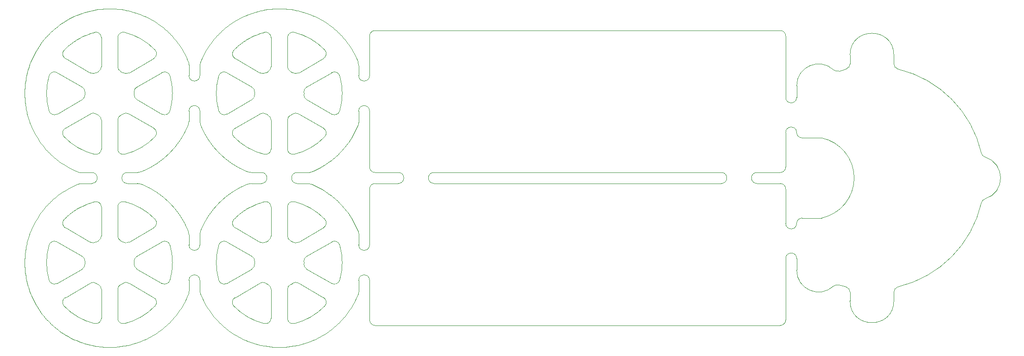
<source format=gbr>
G04 #@! TF.GenerationSoftware,KiCad,Pcbnew,(2018-01-19 revision 673f03e59)-master*
G04 #@! TF.CreationDate,2018-01-28T17:11:36+01:00*
G04 #@! TF.ProjectId,microman-mech,6D6963726F6D616E2D6D6563682E6B69,rev?*
G04 #@! TF.SameCoordinates,Original*
G04 #@! TF.FileFunction,Profile,NP*
%FSLAX46Y46*%
G04 Gerber Fmt 4.6, Leading zero omitted, Abs format (unit mm)*
G04 Created by KiCad (PCBNEW (2018-01-19 revision 673f03e59)-master) date Sun Jan 28 17:11:36 2018*
%MOMM*%
%LPD*%
G01*
G04 APERTURE LIST*
%ADD10C,0.100000*%
G04 APERTURE END LIST*
D10*
X167250000Y-106000000D02*
G75*
G02X167250000Y-104000000I0J1000000D01*
G01*
X160750000Y-104000000D02*
G75*
G02X160750000Y-106000000I0J-1000000D01*
G01*
X147500000Y-123750000D02*
G75*
G02X149500000Y-123750000I1000000J0D01*
G01*
X149500000Y-117250000D02*
G75*
G02X147500000Y-117250000I-1000000J0D01*
G01*
X149500000Y-86250000D02*
G75*
G02X147500000Y-86250000I-1000000J0D01*
G01*
X147500000Y-92750000D02*
G75*
G02X149500000Y-92750000I1000000J0D01*
G01*
X158902080Y-104003600D02*
G75*
G02X158146670Y-103855452I0J2000000D01*
G01*
X160750000Y-104000000D02*
X158902080Y-104003600D01*
X158902080Y-106003600D02*
X160750000Y-106000000D01*
X158146670Y-106151748D02*
G75*
G02X158902080Y-106003600I755410J-1851852D01*
G01*
X149649248Y-114649170D02*
G75*
G02X158146670Y-106151748I14351855J-5854433D01*
G01*
X149501100Y-115404580D02*
G75*
G02X149649248Y-114649170I2000000J0D01*
G01*
X149500000Y-117250000D02*
X149501100Y-115404580D01*
X147501100Y-115404580D02*
X147500000Y-117250000D01*
X147352952Y-114649170D02*
G75*
G02X147501100Y-115404580I-1851852J-755410D01*
G01*
X138855530Y-106151748D02*
G75*
G02X147352952Y-114649170I-5854430J-14351852D01*
G01*
X138100120Y-106003600D02*
G75*
G02X138855530Y-106151748I0J-2000000D01*
G01*
X136250000Y-106000000D02*
X138100120Y-106003600D01*
X136250000Y-106000000D02*
G75*
G02X136250000Y-104000000I0J1000000D01*
G01*
X138100120Y-104003600D02*
X136250000Y-104000000D01*
X138855530Y-103855452D02*
G75*
G02X138100120Y-104003600I-755410J1851852D01*
G01*
X147352952Y-95358029D02*
G75*
G02X138855530Y-103855452I-14351855J5854432D01*
G01*
X147501100Y-94602620D02*
G75*
G02X147352952Y-95358030I-2000000J0D01*
G01*
X147500000Y-92750000D02*
X147501100Y-94602620D01*
X149501100Y-94602620D02*
X149500000Y-92750000D01*
X149649248Y-95358030D02*
G75*
G02X149501100Y-94602620I1851852J755410D01*
G01*
X158146670Y-103855452D02*
G75*
G02X149649248Y-95358030I5854430J14351852D01*
G01*
X166046555Y-85495345D02*
G75*
G02X165501100Y-84604621I454545J890724D01*
G01*
X165501100Y-79305561D02*
X165501100Y-84604621D01*
X165501100Y-79305561D02*
G75*
G02X166739195Y-78334319I1000000J0D01*
G01*
X166739195Y-78334320D02*
G75*
G02X172304933Y-81547700I-2738095J-11169280D01*
G01*
X172304933Y-81547699D02*
G75*
G02X172082861Y-83105542I-722072J-691818D01*
G01*
X167493741Y-85755072D02*
X172082861Y-83105542D01*
X167493740Y-85755073D02*
G75*
G02X166449624Y-85728056I-499999J866026D01*
G01*
X166046555Y-85495344D02*
X166449624Y-85728056D01*
X175043029Y-92716981D02*
G75*
G02X173582861Y-93303581I-960168J279425D01*
G01*
X168993741Y-90654052D02*
X173582861Y-93303581D01*
X168993741Y-90654051D02*
G75*
G02X168495079Y-89736312I500000J866025D01*
G01*
X168501100Y-89503600D02*
X168495079Y-89736312D01*
X168495079Y-89270888D02*
X168501100Y-89503600D01*
X168495078Y-89270888D02*
G75*
G02X168993741Y-88353148I998663J51714D01*
G01*
X173582861Y-85703619D02*
X168993741Y-88353148D01*
X173582861Y-85703618D02*
G75*
G02X175043029Y-86290220I500000J-866026D01*
G01*
X175043028Y-86290219D02*
G75*
G02X175043029Y-92716980I-11041928J-3213381D01*
G01*
X172082861Y-95901658D02*
X167493741Y-93252128D01*
X172082861Y-95901658D02*
G75*
G02X172304933Y-97459500I-500000J-866025D01*
G01*
X172304934Y-97459501D02*
G75*
G02X166739195Y-100672881I-8303837J7955906D01*
G01*
X166739195Y-100672881D02*
G75*
G02X165501100Y-99701639I-238095J971242D01*
G01*
X165501100Y-94402579D02*
X165501100Y-99701639D01*
X165501101Y-94402579D02*
G75*
G02X166046555Y-93511856I999999J0D01*
G01*
X166449624Y-93279144D02*
X166046555Y-93511856D01*
X166449625Y-93279143D02*
G75*
G02X167493741Y-93252128I544116J-839010D01*
G01*
X160508459Y-93252128D02*
X155919339Y-95901658D01*
X160508460Y-93252127D02*
G75*
G02X161552576Y-93279144I499999J-866026D01*
G01*
X161955645Y-93511856D02*
X161552576Y-93279144D01*
X161955645Y-93511855D02*
G75*
G02X162501100Y-94402579I-454545J-890724D01*
G01*
X162501100Y-99701639D02*
X162501100Y-94402579D01*
X162501100Y-99701639D02*
G75*
G02X161263005Y-100672881I-1000000J0D01*
G01*
X161263004Y-100672881D02*
G75*
G02X155697267Y-97459500I2738097J11169283D01*
G01*
X155697267Y-97459501D02*
G75*
G02X155919339Y-95901658I722072J691818D01*
G01*
X154419339Y-93303581D02*
X159008459Y-90654052D01*
X154419339Y-93303582D02*
G75*
G02X152959171Y-92716980I-500000J866026D01*
G01*
X152959172Y-92716981D02*
G75*
G02X152959171Y-86290220I11041928J3213381D01*
G01*
X152959171Y-86290219D02*
G75*
G02X154419339Y-85703619I960168J-279425D01*
G01*
X159008459Y-88353148D02*
X154419339Y-85703619D01*
X159008459Y-88353149D02*
G75*
G02X159507121Y-89270888I-500000J-866025D01*
G01*
X159507121Y-89736312D02*
X159507121Y-89270888D01*
X159507122Y-89736312D02*
G75*
G02X159008459Y-90654052I-998663J-51714D01*
G01*
X161263005Y-78334319D02*
G75*
G02X162501100Y-79305561I238095J-971242D01*
G01*
X162501100Y-84604621D02*
X162501100Y-79305561D01*
X162501099Y-84604621D02*
G75*
G02X161955645Y-85495344I-999999J0D01*
G01*
X161552576Y-85728056D02*
X161955645Y-85495344D01*
X161552575Y-85728057D02*
G75*
G02X160508459Y-85755072I-544116J839010D01*
G01*
X155919339Y-83105542D02*
X160508459Y-85755072D01*
X155895777Y-83091505D02*
X155919339Y-83105542D01*
X155872472Y-83076737D02*
X155895777Y-83091505D01*
X155849457Y-83061243D02*
X155872472Y-83076737D01*
X155826764Y-83045032D02*
X155849457Y-83061243D01*
X155804425Y-83028111D02*
X155826764Y-83045032D01*
X155782472Y-83010491D02*
X155804425Y-83028111D01*
X155760939Y-82992185D02*
X155782472Y-83010491D01*
X155739854Y-82973207D02*
X155760939Y-82992185D01*
X155719251Y-82953573D02*
X155739854Y-82973207D01*
X155699157Y-82933302D02*
X155719251Y-82953573D01*
X155679603Y-82912414D02*
X155699157Y-82933302D01*
X155660616Y-82890930D02*
X155679603Y-82912414D01*
X155642222Y-82868873D02*
X155660616Y-82890930D01*
X155624448Y-82846270D02*
X155642222Y-82868873D01*
X155607318Y-82823145D02*
X155624448Y-82846270D01*
X155590853Y-82799527D02*
X155607318Y-82823145D01*
X155575075Y-82775444D02*
X155590853Y-82799527D01*
X155560003Y-82750928D02*
X155575075Y-82775444D01*
X155545654Y-82726009D02*
X155560003Y-82750928D01*
X155532044Y-82700719D02*
X155545654Y-82726009D01*
X155519187Y-82675092D02*
X155532044Y-82700719D01*
X155507093Y-82649161D02*
X155519187Y-82675092D01*
X155495774Y-82622959D02*
X155507093Y-82649161D01*
X155485236Y-82596521D02*
X155495774Y-82622959D01*
X155475486Y-82569882D02*
X155485236Y-82596521D01*
X155466527Y-82543076D02*
X155475486Y-82569882D01*
X155458360Y-82516138D02*
X155466527Y-82543076D01*
X155450986Y-82489101D02*
X155458360Y-82516138D01*
X155444403Y-82462000D02*
X155450986Y-82489101D01*
X155438606Y-82434868D02*
X155444403Y-82462000D01*
X155433590Y-82407738D02*
X155438606Y-82434868D01*
X155429347Y-82380642D02*
X155433590Y-82407738D01*
X155425849Y-82353439D02*
X155429347Y-82380642D01*
X155423085Y-82325988D02*
X155425849Y-82353439D01*
X155421069Y-82298317D02*
X155423085Y-82325988D01*
X155419818Y-82270456D02*
X155421069Y-82298317D01*
X155419343Y-82242436D02*
X155419818Y-82270456D01*
X155419657Y-82214288D02*
X155419343Y-82242436D01*
X155420770Y-82186047D02*
X155419657Y-82214288D01*
X155422688Y-82157744D02*
X155420770Y-82186047D01*
X155425419Y-82129415D02*
X155422688Y-82157744D01*
X155428966Y-82101094D02*
X155425419Y-82129415D01*
X155433332Y-82072816D02*
X155428966Y-82101094D01*
X155438516Y-82044617D02*
X155433332Y-82072816D01*
X155444517Y-82016532D02*
X155438516Y-82044617D01*
X155451332Y-81988596D02*
X155444517Y-82016532D01*
X155458953Y-81960845D02*
X155451332Y-81988596D01*
X155467373Y-81933313D02*
X155458953Y-81960845D01*
X155476583Y-81906035D02*
X155467373Y-81933313D01*
X155486569Y-81879045D02*
X155476583Y-81906035D01*
X155497319Y-81852375D02*
X155486569Y-81879045D01*
X155508817Y-81826057D02*
X155497319Y-81852375D01*
X155521044Y-81800124D02*
X155508817Y-81826057D01*
X155533983Y-81774603D02*
X155521044Y-81800124D01*
X155547612Y-81749525D02*
X155533983Y-81774603D01*
X155561909Y-81724917D02*
X155547612Y-81749525D01*
X155576850Y-81700803D02*
X155561909Y-81724917D01*
X155592411Y-81677209D02*
X155576850Y-81700803D01*
X155608566Y-81654157D02*
X155592411Y-81677209D01*
X155625287Y-81631668D02*
X155608566Y-81654157D01*
X155642546Y-81609761D02*
X155625287Y-81631668D01*
X155660316Y-81588454D02*
X155642546Y-81609761D01*
X155678566Y-81567762D02*
X155660316Y-81588454D01*
X155697267Y-81547700D02*
X155678566Y-81567762D01*
X155842891Y-81398440D02*
X155697267Y-81547700D01*
X155991202Y-81251841D02*
X155842891Y-81398440D01*
X156142127Y-81107974D02*
X155991202Y-81251841D01*
X156295588Y-80966909D02*
X156142127Y-81107974D01*
X156451509Y-80828713D02*
X156295588Y-80966909D01*
X156609807Y-80693447D02*
X156451509Y-80828713D01*
X156770401Y-80561174D02*
X156609807Y-80693447D01*
X156933205Y-80431949D02*
X156770401Y-80561174D01*
X157098132Y-80305827D02*
X156933205Y-80431949D01*
X157265093Y-80182859D02*
X157098132Y-80305827D01*
X157434000Y-80063092D02*
X157265093Y-80182859D01*
X157604761Y-79946569D02*
X157434000Y-80063092D01*
X157777282Y-79833332D02*
X157604761Y-79946569D01*
X157951470Y-79723417D02*
X157777282Y-79833332D01*
X158127232Y-79616858D02*
X157951470Y-79723417D01*
X158304470Y-79513685D02*
X158127232Y-79616858D01*
X158483090Y-79413924D02*
X158304470Y-79513685D01*
X158662996Y-79317598D02*
X158483090Y-79413924D01*
X158844090Y-79224726D02*
X158662996Y-79317598D01*
X159026276Y-79135325D02*
X158844090Y-79224726D01*
X159209457Y-79049407D02*
X159026276Y-79135325D01*
X159393537Y-78966980D02*
X159209457Y-79049407D01*
X159764010Y-78812619D02*
X159393537Y-78966980D01*
X160136934Y-78672246D02*
X159764010Y-78812619D01*
X160511560Y-78545813D02*
X160136934Y-78672246D01*
X160887154Y-78433219D02*
X160511560Y-78545813D01*
X161263005Y-78334319D02*
X160887154Y-78433219D01*
X161263005Y-109334319D02*
G75*
G02X162501100Y-110305561I238095J-971242D01*
G01*
X162501100Y-115604621D02*
X162501100Y-110305561D01*
X162501099Y-115604621D02*
G75*
G02X161955645Y-116495344I-999999J0D01*
G01*
X161552576Y-116728056D02*
X161955645Y-116495344D01*
X161552575Y-116728057D02*
G75*
G02X160508459Y-116755072I-544116J839010D01*
G01*
X155919339Y-114105542D02*
X160508459Y-116755072D01*
X155895777Y-114091505D02*
X155919339Y-114105542D01*
X155872472Y-114076737D02*
X155895777Y-114091505D01*
X155849457Y-114061243D02*
X155872472Y-114076737D01*
X155826764Y-114045032D02*
X155849457Y-114061243D01*
X155804425Y-114028111D02*
X155826764Y-114045032D01*
X155782472Y-114010491D02*
X155804425Y-114028111D01*
X155760939Y-113992185D02*
X155782472Y-114010491D01*
X155739854Y-113973207D02*
X155760939Y-113992185D01*
X155719251Y-113953573D02*
X155739854Y-113973207D01*
X155699157Y-113933302D02*
X155719251Y-113953573D01*
X155679603Y-113912414D02*
X155699157Y-113933302D01*
X155660616Y-113890930D02*
X155679603Y-113912414D01*
X155642222Y-113868873D02*
X155660616Y-113890930D01*
X155624448Y-113846270D02*
X155642222Y-113868873D01*
X155607318Y-113823145D02*
X155624448Y-113846270D01*
X155590853Y-113799527D02*
X155607318Y-113823145D01*
X155575075Y-113775444D02*
X155590853Y-113799527D01*
X155560003Y-113750928D02*
X155575075Y-113775444D01*
X155545654Y-113726009D02*
X155560003Y-113750928D01*
X155532044Y-113700719D02*
X155545654Y-113726009D01*
X155519187Y-113675092D02*
X155532044Y-113700719D01*
X155507093Y-113649161D02*
X155519187Y-113675092D01*
X155495774Y-113622959D02*
X155507093Y-113649161D01*
X155485236Y-113596521D02*
X155495774Y-113622959D01*
X155475486Y-113569882D02*
X155485236Y-113596521D01*
X155466527Y-113543076D02*
X155475486Y-113569882D01*
X155458360Y-113516138D02*
X155466527Y-113543076D01*
X155450986Y-113489101D02*
X155458360Y-113516138D01*
X155444403Y-113462000D02*
X155450986Y-113489101D01*
X155438606Y-113434868D02*
X155444403Y-113462000D01*
X155433590Y-113407738D02*
X155438606Y-113434868D01*
X155429347Y-113380642D02*
X155433590Y-113407738D01*
X155425849Y-113353439D02*
X155429347Y-113380642D01*
X155423085Y-113325988D02*
X155425849Y-113353439D01*
X155421069Y-113298317D02*
X155423085Y-113325988D01*
X155419818Y-113270456D02*
X155421069Y-113298317D01*
X155419343Y-113242436D02*
X155419818Y-113270456D01*
X155419657Y-113214288D02*
X155419343Y-113242436D01*
X155420770Y-113186047D02*
X155419657Y-113214288D01*
X155422688Y-113157744D02*
X155420770Y-113186047D01*
X155425419Y-113129415D02*
X155422688Y-113157744D01*
X155428966Y-113101094D02*
X155425419Y-113129415D01*
X155433332Y-113072816D02*
X155428966Y-113101094D01*
X155438516Y-113044617D02*
X155433332Y-113072816D01*
X155444517Y-113016532D02*
X155438516Y-113044617D01*
X155451332Y-112988596D02*
X155444517Y-113016532D01*
X155458953Y-112960845D02*
X155451332Y-112988596D01*
X155467373Y-112933313D02*
X155458953Y-112960845D01*
X155476583Y-112906035D02*
X155467373Y-112933313D01*
X155486569Y-112879045D02*
X155476583Y-112906035D01*
X155497319Y-112852375D02*
X155486569Y-112879045D01*
X155508817Y-112826057D02*
X155497319Y-112852375D01*
X155521044Y-112800124D02*
X155508817Y-112826057D01*
X155533983Y-112774603D02*
X155521044Y-112800124D01*
X155547612Y-112749525D02*
X155533983Y-112774603D01*
X155561909Y-112724917D02*
X155547612Y-112749525D01*
X155576850Y-112700803D02*
X155561909Y-112724917D01*
X155592411Y-112677209D02*
X155576850Y-112700803D01*
X155608566Y-112654157D02*
X155592411Y-112677209D01*
X155625287Y-112631668D02*
X155608566Y-112654157D01*
X155642546Y-112609761D02*
X155625287Y-112631668D01*
X155660316Y-112588454D02*
X155642546Y-112609761D01*
X155678566Y-112567762D02*
X155660316Y-112588454D01*
X155697267Y-112547700D02*
X155678566Y-112567762D01*
X155842891Y-112398440D02*
X155697267Y-112547700D01*
X155991202Y-112251841D02*
X155842891Y-112398440D01*
X156142127Y-112107974D02*
X155991202Y-112251841D01*
X156295588Y-111966909D02*
X156142127Y-112107974D01*
X156451509Y-111828713D02*
X156295588Y-111966909D01*
X156609807Y-111693447D02*
X156451509Y-111828713D01*
X156770401Y-111561174D02*
X156609807Y-111693447D01*
X156933205Y-111431949D02*
X156770401Y-111561174D01*
X157098132Y-111305827D02*
X156933205Y-111431949D01*
X157265093Y-111182859D02*
X157098132Y-111305827D01*
X157434000Y-111063092D02*
X157265093Y-111182859D01*
X157604761Y-110946569D02*
X157434000Y-111063092D01*
X157777282Y-110833332D02*
X157604761Y-110946569D01*
X157951470Y-110723417D02*
X157777282Y-110833332D01*
X158127232Y-110616858D02*
X157951470Y-110723417D01*
X158304470Y-110513685D02*
X158127232Y-110616858D01*
X158483090Y-110413924D02*
X158304470Y-110513685D01*
X158662996Y-110317598D02*
X158483090Y-110413924D01*
X158844090Y-110224726D02*
X158662996Y-110317598D01*
X159026276Y-110135325D02*
X158844090Y-110224726D01*
X159209457Y-110049407D02*
X159026276Y-110135325D01*
X159393537Y-109966980D02*
X159209457Y-110049407D01*
X159764010Y-109812619D02*
X159393537Y-109966980D01*
X160136934Y-109672246D02*
X159764010Y-109812619D01*
X160511560Y-109545813D02*
X160136934Y-109672246D01*
X160887154Y-109433219D02*
X160511560Y-109545813D01*
X161263005Y-109334319D02*
X160887154Y-109433219D01*
X154419339Y-124303581D02*
X159008459Y-121654052D01*
X154419339Y-124303582D02*
G75*
G02X152959171Y-123716980I-500000J866026D01*
G01*
X152959172Y-123716981D02*
G75*
G02X152959171Y-117290220I11041928J3213381D01*
G01*
X152959171Y-117290219D02*
G75*
G02X154419339Y-116703619I960168J-279425D01*
G01*
X159008459Y-119353148D02*
X154419339Y-116703619D01*
X159008459Y-119353149D02*
G75*
G02X159507121Y-120270888I-500000J-866025D01*
G01*
X159507121Y-120736312D02*
X159507121Y-120270888D01*
X159507122Y-120736312D02*
G75*
G02X159008459Y-121654052I-998663J-51714D01*
G01*
X160508459Y-124252128D02*
X155919339Y-126901658D01*
X160508460Y-124252127D02*
G75*
G02X161552576Y-124279144I499999J-866026D01*
G01*
X161955645Y-124511856D02*
X161552576Y-124279144D01*
X161955645Y-124511855D02*
G75*
G02X162501100Y-125402579I-454545J-890724D01*
G01*
X162501100Y-130701639D02*
X162501100Y-125402579D01*
X162501100Y-130701639D02*
G75*
G02X161263005Y-131672881I-1000000J0D01*
G01*
X161263004Y-131672881D02*
G75*
G02X155697267Y-128459500I2738097J11169283D01*
G01*
X155697267Y-128459501D02*
G75*
G02X155919339Y-126901658I722072J691818D01*
G01*
X172082861Y-126901658D02*
X167493741Y-124252128D01*
X172082861Y-126901658D02*
G75*
G02X172304933Y-128459500I-500000J-866025D01*
G01*
X172304934Y-128459501D02*
G75*
G02X166739195Y-131672881I-8303837J7955906D01*
G01*
X166739195Y-131672881D02*
G75*
G02X165501100Y-130701639I-238095J971242D01*
G01*
X165501100Y-125402579D02*
X165501100Y-130701639D01*
X165501101Y-125402579D02*
G75*
G02X166046555Y-124511856I999999J0D01*
G01*
X166449624Y-124279144D02*
X166046555Y-124511856D01*
X166449625Y-124279143D02*
G75*
G02X167493741Y-124252128I544116J-839010D01*
G01*
X175043029Y-123716981D02*
G75*
G02X173582861Y-124303581I-960168J279425D01*
G01*
X168993741Y-121654052D02*
X173582861Y-124303581D01*
X168993741Y-121654051D02*
G75*
G02X168495079Y-120736312I500000J866025D01*
G01*
X168501100Y-120503600D02*
X168495079Y-120736312D01*
X168495079Y-120270888D02*
X168501100Y-120503600D01*
X168495078Y-120270888D02*
G75*
G02X168993741Y-119353148I998663J51714D01*
G01*
X173582861Y-116703619D02*
X168993741Y-119353148D01*
X173582861Y-116703618D02*
G75*
G02X175043029Y-117290220I500000J-866026D01*
G01*
X175043028Y-117290219D02*
G75*
G02X175043029Y-123716980I-11041928J-3213381D01*
G01*
X166046555Y-116495345D02*
G75*
G02X165501100Y-115604621I454545J890724D01*
G01*
X165501100Y-110305561D02*
X165501100Y-115604621D01*
X165501100Y-110305561D02*
G75*
G02X166739195Y-109334319I1000000J0D01*
G01*
X166739195Y-109334320D02*
G75*
G02X172304933Y-112547700I-2738095J-11169280D01*
G01*
X172304933Y-112547699D02*
G75*
G02X172082861Y-114105542I-722072J-691818D01*
G01*
X167493741Y-116755072D02*
X172082861Y-114105542D01*
X167493740Y-116755073D02*
G75*
G02X166449624Y-116728056I-499999J866026D01*
G01*
X166046555Y-116495344D02*
X166449624Y-116728056D01*
X135046555Y-116495345D02*
G75*
G02X134501100Y-115604621I454545J890724D01*
G01*
X134501100Y-110305561D02*
X134501100Y-115604621D01*
X134501100Y-110305561D02*
G75*
G02X135739195Y-109334319I1000000J0D01*
G01*
X135739195Y-109334320D02*
G75*
G02X141304933Y-112547700I-2738095J-11169280D01*
G01*
X141304933Y-112547699D02*
G75*
G02X141082861Y-114105542I-722072J-691818D01*
G01*
X136493741Y-116755072D02*
X141082861Y-114105542D01*
X136493740Y-116755073D02*
G75*
G02X135449624Y-116728056I-499999J866026D01*
G01*
X135046555Y-116495344D02*
X135449624Y-116728056D01*
X144043029Y-123716981D02*
G75*
G02X142582861Y-124303581I-960168J279425D01*
G01*
X137993741Y-121654052D02*
X142582861Y-124303581D01*
X137993741Y-121654051D02*
G75*
G02X137495079Y-120736312I500000J866025D01*
G01*
X137501100Y-120503600D02*
X137495079Y-120736312D01*
X137495079Y-120270888D02*
X137501100Y-120503600D01*
X137495078Y-120270888D02*
G75*
G02X137993741Y-119353148I998663J51714D01*
G01*
X142582861Y-116703619D02*
X137993741Y-119353148D01*
X142582861Y-116703618D02*
G75*
G02X144043029Y-117290220I500000J-866026D01*
G01*
X144043028Y-117290219D02*
G75*
G02X144043029Y-123716980I-11041928J-3213381D01*
G01*
X141082861Y-126901658D02*
X136493741Y-124252128D01*
X141082861Y-126901658D02*
G75*
G02X141304933Y-128459500I-500000J-866025D01*
G01*
X141304934Y-128459501D02*
G75*
G02X135739195Y-131672881I-8303837J7955906D01*
G01*
X135739195Y-131672881D02*
G75*
G02X134501100Y-130701639I-238095J971242D01*
G01*
X134501100Y-125402579D02*
X134501100Y-130701639D01*
X134501101Y-125402579D02*
G75*
G02X135046555Y-124511856I999999J0D01*
G01*
X135449624Y-124279144D02*
X135046555Y-124511856D01*
X135449625Y-124279143D02*
G75*
G02X136493741Y-124252128I544116J-839010D01*
G01*
X129508459Y-124252128D02*
X124919339Y-126901658D01*
X129508460Y-124252127D02*
G75*
G02X130552576Y-124279144I499999J-866026D01*
G01*
X130955645Y-124511856D02*
X130552576Y-124279144D01*
X130955645Y-124511855D02*
G75*
G02X131501100Y-125402579I-454545J-890724D01*
G01*
X131501100Y-130701639D02*
X131501100Y-125402579D01*
X131501100Y-130701639D02*
G75*
G02X130263005Y-131672881I-1000000J0D01*
G01*
X130263004Y-131672881D02*
G75*
G02X124697267Y-128459500I2738097J11169283D01*
G01*
X124697267Y-128459501D02*
G75*
G02X124919339Y-126901658I722072J691818D01*
G01*
X123419339Y-124303581D02*
X128008459Y-121654052D01*
X123419339Y-124303582D02*
G75*
G02X121959171Y-123716980I-500000J866026D01*
G01*
X121959172Y-123716981D02*
G75*
G02X121959171Y-117290220I11041928J3213381D01*
G01*
X121959171Y-117290219D02*
G75*
G02X123419339Y-116703619I960168J-279425D01*
G01*
X128008459Y-119353148D02*
X123419339Y-116703619D01*
X128008459Y-119353149D02*
G75*
G02X128507121Y-120270888I-500000J-866025D01*
G01*
X128507121Y-120736312D02*
X128507121Y-120270888D01*
X128507122Y-120736312D02*
G75*
G02X128008459Y-121654052I-998663J-51714D01*
G01*
X130263005Y-109334319D02*
G75*
G02X131501100Y-110305561I238095J-971242D01*
G01*
X131501100Y-115604621D02*
X131501100Y-110305561D01*
X131501099Y-115604621D02*
G75*
G02X130955645Y-116495344I-999999J0D01*
G01*
X130552576Y-116728056D02*
X130955645Y-116495344D01*
X130552575Y-116728057D02*
G75*
G02X129508459Y-116755072I-544116J839010D01*
G01*
X124919339Y-114105542D02*
X129508459Y-116755072D01*
X124895777Y-114091505D02*
X124919339Y-114105542D01*
X124872472Y-114076737D02*
X124895777Y-114091505D01*
X124849457Y-114061243D02*
X124872472Y-114076737D01*
X124826764Y-114045032D02*
X124849457Y-114061243D01*
X124804425Y-114028111D02*
X124826764Y-114045032D01*
X124782472Y-114010491D02*
X124804425Y-114028111D01*
X124760939Y-113992185D02*
X124782472Y-114010491D01*
X124739854Y-113973207D02*
X124760939Y-113992185D01*
X124719251Y-113953573D02*
X124739854Y-113973207D01*
X124699157Y-113933302D02*
X124719251Y-113953573D01*
X124679603Y-113912414D02*
X124699157Y-113933302D01*
X124660616Y-113890930D02*
X124679603Y-113912414D01*
X124642222Y-113868873D02*
X124660616Y-113890930D01*
X124624448Y-113846270D02*
X124642222Y-113868873D01*
X124607318Y-113823145D02*
X124624448Y-113846270D01*
X124590853Y-113799527D02*
X124607318Y-113823145D01*
X124575075Y-113775444D02*
X124590853Y-113799527D01*
X124560003Y-113750928D02*
X124575075Y-113775444D01*
X124545654Y-113726009D02*
X124560003Y-113750928D01*
X124532044Y-113700719D02*
X124545654Y-113726009D01*
X124519187Y-113675092D02*
X124532044Y-113700719D01*
X124507093Y-113649161D02*
X124519187Y-113675092D01*
X124495774Y-113622959D02*
X124507093Y-113649161D01*
X124485236Y-113596521D02*
X124495774Y-113622959D01*
X124475486Y-113569882D02*
X124485236Y-113596521D01*
X124466527Y-113543076D02*
X124475486Y-113569882D01*
X124458360Y-113516138D02*
X124466527Y-113543076D01*
X124450986Y-113489101D02*
X124458360Y-113516138D01*
X124444403Y-113462000D02*
X124450986Y-113489101D01*
X124438606Y-113434868D02*
X124444403Y-113462000D01*
X124433590Y-113407738D02*
X124438606Y-113434868D01*
X124429347Y-113380642D02*
X124433590Y-113407738D01*
X124425849Y-113353439D02*
X124429347Y-113380642D01*
X124423085Y-113325988D02*
X124425849Y-113353439D01*
X124421069Y-113298317D02*
X124423085Y-113325988D01*
X124419818Y-113270456D02*
X124421069Y-113298317D01*
X124419343Y-113242436D02*
X124419818Y-113270456D01*
X124419657Y-113214288D02*
X124419343Y-113242436D01*
X124420770Y-113186047D02*
X124419657Y-113214288D01*
X124422688Y-113157744D02*
X124420770Y-113186047D01*
X124425419Y-113129415D02*
X124422688Y-113157744D01*
X124428966Y-113101094D02*
X124425419Y-113129415D01*
X124433332Y-113072816D02*
X124428966Y-113101094D01*
X124438516Y-113044617D02*
X124433332Y-113072816D01*
X124444517Y-113016532D02*
X124438516Y-113044617D01*
X124451332Y-112988596D02*
X124444517Y-113016532D01*
X124458953Y-112960845D02*
X124451332Y-112988596D01*
X124467373Y-112933313D02*
X124458953Y-112960845D01*
X124476583Y-112906035D02*
X124467373Y-112933313D01*
X124486569Y-112879045D02*
X124476583Y-112906035D01*
X124497319Y-112852375D02*
X124486569Y-112879045D01*
X124508817Y-112826057D02*
X124497319Y-112852375D01*
X124521044Y-112800124D02*
X124508817Y-112826057D01*
X124533983Y-112774603D02*
X124521044Y-112800124D01*
X124547612Y-112749525D02*
X124533983Y-112774603D01*
X124561909Y-112724917D02*
X124547612Y-112749525D01*
X124576850Y-112700803D02*
X124561909Y-112724917D01*
X124592411Y-112677209D02*
X124576850Y-112700803D01*
X124608566Y-112654157D02*
X124592411Y-112677209D01*
X124625287Y-112631668D02*
X124608566Y-112654157D01*
X124642546Y-112609761D02*
X124625287Y-112631668D01*
X124660316Y-112588454D02*
X124642546Y-112609761D01*
X124678566Y-112567762D02*
X124660316Y-112588454D01*
X124697267Y-112547700D02*
X124678566Y-112567762D01*
X124842891Y-112398440D02*
X124697267Y-112547700D01*
X124991202Y-112251841D02*
X124842891Y-112398440D01*
X125142127Y-112107974D02*
X124991202Y-112251841D01*
X125295588Y-111966909D02*
X125142127Y-112107974D01*
X125451509Y-111828713D02*
X125295588Y-111966909D01*
X125609807Y-111693447D02*
X125451509Y-111828713D01*
X125770401Y-111561174D02*
X125609807Y-111693447D01*
X125933205Y-111431949D02*
X125770401Y-111561174D01*
X126098132Y-111305827D02*
X125933205Y-111431949D01*
X126265093Y-111182859D02*
X126098132Y-111305827D01*
X126434000Y-111063092D02*
X126265093Y-111182859D01*
X126604761Y-110946569D02*
X126434000Y-111063092D01*
X126777282Y-110833332D02*
X126604761Y-110946569D01*
X126951470Y-110723417D02*
X126777282Y-110833332D01*
X127127232Y-110616858D02*
X126951470Y-110723417D01*
X127304470Y-110513685D02*
X127127232Y-110616858D01*
X127483090Y-110413924D02*
X127304470Y-110513685D01*
X127662996Y-110317598D02*
X127483090Y-110413924D01*
X127844090Y-110224726D02*
X127662996Y-110317598D01*
X128026276Y-110135325D02*
X127844090Y-110224726D01*
X128209457Y-110049407D02*
X128026276Y-110135325D01*
X128393537Y-109966980D02*
X128209457Y-110049407D01*
X128764010Y-109812619D02*
X128393537Y-109966980D01*
X129136934Y-109672246D02*
X128764010Y-109812619D01*
X129511560Y-109545813D02*
X129136934Y-109672246D01*
X129887154Y-109433219D02*
X129511560Y-109545813D01*
X130263005Y-109334319D02*
X129887154Y-109433219D01*
X130263005Y-78334319D02*
G75*
G02X131501100Y-79305561I238095J-971242D01*
G01*
X131501100Y-84604621D02*
X131501100Y-79305561D01*
X131501099Y-84604621D02*
G75*
G02X130955645Y-85495344I-999999J0D01*
G01*
X130552576Y-85728056D02*
X130955645Y-85495344D01*
X130552575Y-85728057D02*
G75*
G02X129508459Y-85755072I-544116J839010D01*
G01*
X124919339Y-83105542D02*
X129508459Y-85755072D01*
X124895777Y-83091505D02*
X124919339Y-83105542D01*
X124872472Y-83076737D02*
X124895777Y-83091505D01*
X124849457Y-83061243D02*
X124872472Y-83076737D01*
X124826764Y-83045032D02*
X124849457Y-83061243D01*
X124804425Y-83028111D02*
X124826764Y-83045032D01*
X124782472Y-83010491D02*
X124804425Y-83028111D01*
X124760939Y-82992185D02*
X124782472Y-83010491D01*
X124739854Y-82973207D02*
X124760939Y-82992185D01*
X124719251Y-82953573D02*
X124739854Y-82973207D01*
X124699157Y-82933302D02*
X124719251Y-82953573D01*
X124679603Y-82912414D02*
X124699157Y-82933302D01*
X124660616Y-82890930D02*
X124679603Y-82912414D01*
X124642222Y-82868873D02*
X124660616Y-82890930D01*
X124624448Y-82846270D02*
X124642222Y-82868873D01*
X124607318Y-82823145D02*
X124624448Y-82846270D01*
X124590853Y-82799527D02*
X124607318Y-82823145D01*
X124575075Y-82775444D02*
X124590853Y-82799527D01*
X124560003Y-82750928D02*
X124575075Y-82775444D01*
X124545654Y-82726009D02*
X124560003Y-82750928D01*
X124532044Y-82700719D02*
X124545654Y-82726009D01*
X124519187Y-82675092D02*
X124532044Y-82700719D01*
X124507093Y-82649161D02*
X124519187Y-82675092D01*
X124495774Y-82622959D02*
X124507093Y-82649161D01*
X124485236Y-82596521D02*
X124495774Y-82622959D01*
X124475486Y-82569882D02*
X124485236Y-82596521D01*
X124466527Y-82543076D02*
X124475486Y-82569882D01*
X124458360Y-82516138D02*
X124466527Y-82543076D01*
X124450986Y-82489101D02*
X124458360Y-82516138D01*
X124444403Y-82462000D02*
X124450986Y-82489101D01*
X124438606Y-82434868D02*
X124444403Y-82462000D01*
X124433590Y-82407738D02*
X124438606Y-82434868D01*
X124429347Y-82380642D02*
X124433590Y-82407738D01*
X124425849Y-82353439D02*
X124429347Y-82380642D01*
X124423085Y-82325988D02*
X124425849Y-82353439D01*
X124421069Y-82298317D02*
X124423085Y-82325988D01*
X124419818Y-82270456D02*
X124421069Y-82298317D01*
X124419343Y-82242436D02*
X124419818Y-82270456D01*
X124419657Y-82214288D02*
X124419343Y-82242436D01*
X124420770Y-82186047D02*
X124419657Y-82214288D01*
X124422688Y-82157744D02*
X124420770Y-82186047D01*
X124425419Y-82129415D02*
X124422688Y-82157744D01*
X124428966Y-82101094D02*
X124425419Y-82129415D01*
X124433332Y-82072816D02*
X124428966Y-82101094D01*
X124438516Y-82044617D02*
X124433332Y-82072816D01*
X124444517Y-82016532D02*
X124438516Y-82044617D01*
X124451332Y-81988596D02*
X124444517Y-82016532D01*
X124458953Y-81960845D02*
X124451332Y-81988596D01*
X124467373Y-81933313D02*
X124458953Y-81960845D01*
X124476583Y-81906035D02*
X124467373Y-81933313D01*
X124486569Y-81879045D02*
X124476583Y-81906035D01*
X124497319Y-81852375D02*
X124486569Y-81879045D01*
X124508817Y-81826057D02*
X124497319Y-81852375D01*
X124521044Y-81800124D02*
X124508817Y-81826057D01*
X124533983Y-81774603D02*
X124521044Y-81800124D01*
X124547612Y-81749525D02*
X124533983Y-81774603D01*
X124561909Y-81724917D02*
X124547612Y-81749525D01*
X124576850Y-81700803D02*
X124561909Y-81724917D01*
X124592411Y-81677209D02*
X124576850Y-81700803D01*
X124608566Y-81654157D02*
X124592411Y-81677209D01*
X124625287Y-81631668D02*
X124608566Y-81654157D01*
X124642546Y-81609761D02*
X124625287Y-81631668D01*
X124660316Y-81588454D02*
X124642546Y-81609761D01*
X124678566Y-81567762D02*
X124660316Y-81588454D01*
X124697267Y-81547700D02*
X124678566Y-81567762D01*
X124842891Y-81398440D02*
X124697267Y-81547700D01*
X124991202Y-81251841D02*
X124842891Y-81398440D01*
X125142127Y-81107974D02*
X124991202Y-81251841D01*
X125295588Y-80966909D02*
X125142127Y-81107974D01*
X125451509Y-80828713D02*
X125295588Y-80966909D01*
X125609807Y-80693447D02*
X125451509Y-80828713D01*
X125770401Y-80561174D02*
X125609807Y-80693447D01*
X125933205Y-80431949D02*
X125770401Y-80561174D01*
X126098132Y-80305827D02*
X125933205Y-80431949D01*
X126265093Y-80182859D02*
X126098132Y-80305827D01*
X126434000Y-80063092D02*
X126265093Y-80182859D01*
X126604761Y-79946569D02*
X126434000Y-80063092D01*
X126777282Y-79833332D02*
X126604761Y-79946569D01*
X126951470Y-79723417D02*
X126777282Y-79833332D01*
X127127232Y-79616858D02*
X126951470Y-79723417D01*
X127304470Y-79513685D02*
X127127232Y-79616858D01*
X127483090Y-79413924D02*
X127304470Y-79513685D01*
X127662996Y-79317598D02*
X127483090Y-79413924D01*
X127844090Y-79224726D02*
X127662996Y-79317598D01*
X128026276Y-79135325D02*
X127844090Y-79224726D01*
X128209457Y-79049407D02*
X128026276Y-79135325D01*
X128393537Y-78966980D02*
X128209457Y-79049407D01*
X128764010Y-78812619D02*
X128393537Y-78966980D01*
X129136934Y-78672246D02*
X128764010Y-78812619D01*
X129511560Y-78545813D02*
X129136934Y-78672246D01*
X129887154Y-78433219D02*
X129511560Y-78545813D01*
X130263005Y-78334319D02*
X129887154Y-78433219D01*
X123419339Y-93303581D02*
X128008459Y-90654052D01*
X123419339Y-93303582D02*
G75*
G02X121959171Y-92716980I-500000J866026D01*
G01*
X121959172Y-92716981D02*
G75*
G02X121959171Y-86290220I11041928J3213381D01*
G01*
X121959171Y-86290219D02*
G75*
G02X123419339Y-85703619I960168J-279425D01*
G01*
X128008459Y-88353148D02*
X123419339Y-85703619D01*
X128008459Y-88353149D02*
G75*
G02X128507121Y-89270888I-500000J-866025D01*
G01*
X128507121Y-89736312D02*
X128507121Y-89270888D01*
X128507122Y-89736312D02*
G75*
G02X128008459Y-90654052I-998663J-51714D01*
G01*
X129508459Y-93252128D02*
X124919339Y-95901658D01*
X129508460Y-93252127D02*
G75*
G02X130552576Y-93279144I499999J-866026D01*
G01*
X130955645Y-93511856D02*
X130552576Y-93279144D01*
X130955645Y-93511855D02*
G75*
G02X131501100Y-94402579I-454545J-890724D01*
G01*
X131501100Y-99701639D02*
X131501100Y-94402579D01*
X131501100Y-99701639D02*
G75*
G02X130263005Y-100672881I-1000000J0D01*
G01*
X130263004Y-100672881D02*
G75*
G02X124697267Y-97459500I2738097J11169283D01*
G01*
X124697267Y-97459501D02*
G75*
G02X124919339Y-95901658I722072J691818D01*
G01*
X141082861Y-95901658D02*
X136493741Y-93252128D01*
X141082861Y-95901658D02*
G75*
G02X141304933Y-97459500I-500000J-866025D01*
G01*
X141304934Y-97459501D02*
G75*
G02X135739195Y-100672881I-8303837J7955906D01*
G01*
X135739195Y-100672881D02*
G75*
G02X134501100Y-99701639I-238095J971242D01*
G01*
X134501100Y-94402579D02*
X134501100Y-99701639D01*
X134501101Y-94402579D02*
G75*
G02X135046555Y-93511856I999999J0D01*
G01*
X135449624Y-93279144D02*
X135046555Y-93511856D01*
X135449625Y-93279143D02*
G75*
G02X136493741Y-93252128I544116J-839010D01*
G01*
X144043029Y-92716981D02*
G75*
G02X142582861Y-93303581I-960168J279425D01*
G01*
X137993741Y-90654052D02*
X142582861Y-93303581D01*
X137993741Y-90654051D02*
G75*
G02X137495079Y-89736312I500000J866025D01*
G01*
X137501100Y-89503600D02*
X137495079Y-89736312D01*
X137495079Y-89270888D02*
X137501100Y-89503600D01*
X137495078Y-89270888D02*
G75*
G02X137993741Y-88353148I998663J51714D01*
G01*
X142582861Y-85703619D02*
X137993741Y-88353148D01*
X142582861Y-85703618D02*
G75*
G02X144043029Y-86290220I500000J-866026D01*
G01*
X144043028Y-86290219D02*
G75*
G02X144043029Y-92716980I-11041928J-3213381D01*
G01*
X135046555Y-85495345D02*
G75*
G02X134501100Y-84604621I454545J890724D01*
G01*
X134501100Y-79305561D02*
X134501100Y-84604621D01*
X134501100Y-79305561D02*
G75*
G02X135739195Y-78334319I1000000J0D01*
G01*
X135739195Y-78334320D02*
G75*
G02X141304933Y-81547700I-2738095J-11169280D01*
G01*
X141304933Y-81547699D02*
G75*
G02X141082861Y-83105542I-722072J-691818D01*
G01*
X136493741Y-85755072D02*
X141082861Y-83105542D01*
X136493740Y-85755073D02*
G75*
G02X135449624Y-85728056I-499999J866026D01*
G01*
X135046555Y-85495344D02*
X135449624Y-85728056D01*
X192250000Y-103996400D02*
X244750000Y-104000000D01*
X192250000Y-106000000D02*
G75*
G02X192250000Y-104000000I0J1000000D01*
G01*
X244750000Y-106000000D02*
X192250000Y-106000000D01*
X181501100Y-104003600D02*
X185750000Y-104000000D01*
X181501100Y-104003600D02*
G75*
G02X180501100Y-103003600I0J1000000D01*
G01*
X180500000Y-92750000D02*
X180501100Y-103003600D01*
X178500000Y-92750000D02*
G75*
G02X180500000Y-92750000I1000000J0D01*
G01*
X178501100Y-94602620D02*
X178500000Y-92750000D01*
X178500520Y-94650781D02*
X178501100Y-94602620D01*
X178498776Y-94699014D02*
X178500520Y-94650781D01*
X178495862Y-94747275D02*
X178498776Y-94699014D01*
X178491775Y-94795522D02*
X178495862Y-94747275D01*
X178486515Y-94843713D02*
X178491775Y-94795522D01*
X178480083Y-94891805D02*
X178486515Y-94843713D01*
X178472480Y-94939755D02*
X178480083Y-94891805D01*
X178463714Y-94987520D02*
X178472480Y-94939755D01*
X178453790Y-95035058D02*
X178463714Y-94987520D01*
X178442718Y-95082327D02*
X178453790Y-95035058D01*
X178430510Y-95129286D02*
X178442718Y-95082327D01*
X178417178Y-95175894D02*
X178430510Y-95129286D01*
X178402739Y-95222111D02*
X178417178Y-95175894D01*
X178387208Y-95267898D02*
X178402739Y-95222111D01*
X178370606Y-95313216D02*
X178387208Y-95267898D01*
X178352952Y-95358030D02*
X178370606Y-95313216D01*
X178206551Y-95704823D02*
X178352952Y-95358030D01*
X178051038Y-96049533D02*
X178206551Y-95704823D01*
X177886436Y-96391811D02*
X178051038Y-96049533D01*
X177712782Y-96731309D02*
X177886436Y-96391811D01*
X177530134Y-97067675D02*
X177712782Y-96731309D01*
X177338566Y-97400560D02*
X177530134Y-97067675D01*
X177138171Y-97729617D02*
X177338566Y-97400560D01*
X176929058Y-98054501D02*
X177138171Y-97729617D01*
X176711354Y-98374870D02*
X176929058Y-98054501D01*
X176485206Y-98690388D02*
X176711354Y-98374870D01*
X176250777Y-99000727D02*
X176485206Y-98690388D01*
X176008244Y-99305563D02*
X176250777Y-99000727D01*
X175757806Y-99604583D02*
X176008244Y-99305563D01*
X175499674Y-99897482D02*
X175757806Y-99604583D01*
X175234076Y-100183967D02*
X175499674Y-99897482D01*
X125192816Y-76114026D02*
X124853926Y-76317488D01*
X125535644Y-75919898D02*
X125192816Y-76114026D01*
X125882034Y-75735198D02*
X125535644Y-75919898D01*
X126231606Y-75560001D02*
X125882034Y-75735198D01*
X126583981Y-75394362D02*
X126231606Y-75560001D01*
X126938782Y-75238317D02*
X126583981Y-75394362D01*
X127295632Y-75091881D02*
X126938782Y-75238317D01*
X127654159Y-74955053D02*
X127295632Y-75091881D01*
X128013995Y-74827811D02*
X127654159Y-74955053D01*
X128374777Y-74710117D02*
X128013995Y-74827811D01*
X128736148Y-74601916D02*
X128374777Y-74710117D01*
X129097759Y-74503136D02*
X128736148Y-74601916D01*
X129459270Y-74413688D02*
X129097759Y-74503136D01*
X129820349Y-74333471D02*
X129459270Y-74413688D01*
X130180673Y-74262367D02*
X129820349Y-74333471D01*
X130539931Y-74200246D02*
X130180673Y-74262367D01*
X130897821Y-74146966D02*
X130539931Y-74200246D01*
X131254056Y-74102372D02*
X130897821Y-74146966D01*
X131608356Y-74066299D02*
X131254056Y-74102372D01*
X131960457Y-74038573D02*
X131608356Y-74066299D01*
X132310106Y-74019010D02*
X131960457Y-74038573D01*
X132657063Y-74007419D02*
X132310106Y-74019010D01*
X133001100Y-74003600D02*
X132657063Y-74007419D01*
X133513745Y-74012080D02*
X133001100Y-74003600D01*
X134032602Y-74037961D02*
X133513745Y-74012080D01*
X134556892Y-74081878D02*
X134032602Y-74037961D01*
X135085775Y-74144429D02*
X134556892Y-74081878D01*
X135618351Y-74226166D02*
X135085775Y-74144429D01*
X135885726Y-74274387D02*
X135618351Y-74226166D01*
X136153661Y-74327587D02*
X135885726Y-74274387D01*
X136422026Y-74385820D02*
X136153661Y-74327587D01*
X136690691Y-74449135D02*
X136422026Y-74385820D01*
X136959520Y-74517576D02*
X136690691Y-74449135D01*
X137228377Y-74591185D02*
X136959520Y-74517576D01*
X137497121Y-74669997D02*
X137228377Y-74591185D01*
X137765610Y-74754043D02*
X137497121Y-74669997D01*
X138033698Y-74843349D02*
X137765610Y-74754043D01*
X138301238Y-74937937D02*
X138033698Y-74843349D01*
X138568081Y-75037822D02*
X138301238Y-74937937D01*
X138834077Y-75143016D02*
X138568081Y-75037822D01*
X139099072Y-75253521D02*
X138834077Y-75143016D01*
X139362913Y-75369339D02*
X139099072Y-75253521D01*
X139625447Y-75490462D02*
X139362913Y-75369339D01*
X139886517Y-75616879D02*
X139625447Y-75490462D01*
X140145969Y-75748570D02*
X139886517Y-75616879D01*
X140403645Y-75885512D02*
X140145969Y-75748570D01*
X140659391Y-76027674D02*
X140403645Y-75885512D01*
X140913052Y-76175021D02*
X140659391Y-76027674D01*
X141164472Y-76327510D02*
X140913052Y-76175021D01*
X141413499Y-76485092D02*
X141164472Y-76327510D01*
X141659979Y-76647713D02*
X141413499Y-76485092D01*
X141903762Y-76815314D02*
X141659979Y-76647713D01*
X142144700Y-76987827D02*
X141903762Y-76815314D01*
X142382645Y-77165180D02*
X142144700Y-76987827D01*
X142617453Y-77347295D02*
X142382645Y-77165180D01*
X142848983Y-77534089D02*
X142617453Y-77347295D01*
X143077096Y-77725472D02*
X142848983Y-77534089D01*
X143301657Y-77921349D02*
X143077096Y-77725472D01*
X143522534Y-78121621D02*
X143301657Y-77921349D01*
X143739599Y-78326183D02*
X143522534Y-78121621D01*
X143952728Y-78534925D02*
X143739599Y-78326183D01*
X144161802Y-78747731D02*
X143952728Y-78534925D01*
X144366706Y-78964482D02*
X144161802Y-78747731D01*
X144567329Y-79185056D02*
X144366706Y-78964482D01*
X144763565Y-79409324D02*
X144567329Y-79185056D01*
X144955315Y-79637155D02*
X144763565Y-79409324D01*
X145142483Y-79868414D02*
X144955315Y-79637155D01*
X145324980Y-80102962D02*
X145142483Y-79868414D01*
X145502720Y-80340659D02*
X145324980Y-80102962D01*
X145675627Y-80581360D02*
X145502720Y-80340659D01*
X145843627Y-80824919D02*
X145675627Y-80581360D01*
X146006653Y-81071187D02*
X145843627Y-80824919D01*
X146164645Y-81320013D02*
X146006653Y-81071187D01*
X146317547Y-81571246D02*
X146164645Y-81320013D01*
X146465311Y-81824731D02*
X146317547Y-81571246D01*
X146607894Y-82080314D02*
X146465311Y-81824731D01*
X146745259Y-82337841D02*
X146607894Y-82080314D01*
X146877375Y-82597154D02*
X146745259Y-82337841D01*
X147004218Y-82858100D02*
X146877375Y-82597154D01*
X147125770Y-83120521D02*
X147004218Y-82858100D01*
X147242017Y-83384262D02*
X147125770Y-83120521D01*
X147352952Y-83649170D02*
X147242017Y-83384262D01*
X147370606Y-83693984D02*
X147352952Y-83649170D01*
X147387208Y-83739302D02*
X147370606Y-83693984D01*
X147402739Y-83785089D02*
X147387208Y-83739302D01*
X147417178Y-83831306D02*
X147402739Y-83785089D01*
X147430510Y-83877914D02*
X147417178Y-83831306D01*
X147442718Y-83924873D02*
X147430510Y-83877914D01*
X147453790Y-83972142D02*
X147442718Y-83924873D01*
X147463714Y-84019680D02*
X147453790Y-83972142D01*
X147472480Y-84067445D02*
X147463714Y-84019680D01*
X147480083Y-84115395D02*
X147472480Y-84067445D01*
X147486515Y-84163487D02*
X147480083Y-84115395D01*
X147491775Y-84211678D02*
X147486515Y-84163487D01*
X147495862Y-84259925D02*
X147491775Y-84211678D01*
X147498776Y-84308186D02*
X147495862Y-84259925D01*
X147500520Y-84356419D02*
X147498776Y-84308186D01*
X147501100Y-84404580D02*
X147500520Y-84356419D01*
X147500000Y-86250000D02*
X147501100Y-84404580D01*
X149501100Y-84404580D02*
X149500000Y-86250000D01*
X149501680Y-84356419D02*
X149501100Y-84404580D01*
X149503424Y-84308186D02*
X149501680Y-84356419D01*
X149506338Y-84259925D02*
X149503424Y-84308186D01*
X149510425Y-84211678D02*
X149506338Y-84259925D01*
X149515685Y-84163487D02*
X149510425Y-84211678D01*
X149522117Y-84115395D02*
X149515685Y-84163487D01*
X149529720Y-84067445D02*
X149522117Y-84115395D01*
X149538486Y-84019680D02*
X149529720Y-84067445D01*
X149548410Y-83972142D02*
X149538486Y-84019680D01*
X149559482Y-83924873D02*
X149548410Y-83972142D01*
X149571690Y-83877914D02*
X149559482Y-83924873D01*
X149585022Y-83831306D02*
X149571690Y-83877914D01*
X149599461Y-83785089D02*
X149585022Y-83831306D01*
X149614992Y-83739302D02*
X149599461Y-83785089D01*
X149631594Y-83693984D02*
X149614992Y-83739302D01*
X149649248Y-83649170D02*
X149631594Y-83693984D01*
X149760183Y-83384262D02*
X149649248Y-83649170D01*
X149876430Y-83120521D02*
X149760183Y-83384262D01*
X149997982Y-82858100D02*
X149876430Y-83120521D01*
X150124825Y-82597154D02*
X149997982Y-82858100D01*
X150256941Y-82337841D02*
X150124825Y-82597154D01*
X150394306Y-82080314D02*
X150256941Y-82337841D01*
X150536889Y-81824731D02*
X150394306Y-82080314D01*
X150684653Y-81571246D02*
X150536889Y-81824731D01*
X150837555Y-81320013D02*
X150684653Y-81571246D01*
X150995547Y-81071187D02*
X150837555Y-81320013D01*
X151158573Y-80824919D02*
X150995547Y-81071187D01*
X151326573Y-80581360D02*
X151158573Y-80824919D01*
X151499480Y-80340659D02*
X151326573Y-80581360D01*
X151677220Y-80102962D02*
X151499480Y-80340659D01*
X151859717Y-79868414D02*
X151677220Y-80102962D01*
X152046885Y-79637155D02*
X151859717Y-79868414D01*
X152238635Y-79409324D02*
X152046885Y-79637155D01*
X152434871Y-79185056D02*
X152238635Y-79409324D01*
X152635494Y-78964482D02*
X152434871Y-79185056D01*
X152840398Y-78747731D02*
X152635494Y-78964482D01*
X153049472Y-78534925D02*
X152840398Y-78747731D01*
X153262601Y-78326183D02*
X153049472Y-78534925D01*
X153479666Y-78121621D02*
X153262601Y-78326183D01*
X153700543Y-77921349D02*
X153479666Y-78121621D01*
X153925104Y-77725472D02*
X153700543Y-77921349D01*
X154153217Y-77534089D02*
X153925104Y-77725472D01*
X154384747Y-77347295D02*
X154153217Y-77534089D01*
X154619555Y-77165180D02*
X154384747Y-77347295D01*
X154857500Y-76987827D02*
X154619555Y-77165180D01*
X155098438Y-76815314D02*
X154857500Y-76987827D01*
X155342221Y-76647713D02*
X155098438Y-76815314D01*
X155588701Y-76485092D02*
X155342221Y-76647713D01*
X155837728Y-76327510D02*
X155588701Y-76485092D01*
X156089148Y-76175021D02*
X155837728Y-76327510D01*
X156342809Y-76027674D02*
X156089148Y-76175021D01*
X156598555Y-75885512D02*
X156342809Y-76027674D01*
X156856231Y-75748570D02*
X156598555Y-75885512D01*
X157115683Y-75616879D02*
X156856231Y-75748570D01*
X157376753Y-75490462D02*
X157115683Y-75616879D01*
X157639287Y-75369339D02*
X157376753Y-75490462D01*
X157903128Y-75253521D02*
X157639287Y-75369339D01*
X158168123Y-75143016D02*
X157903128Y-75253521D01*
X158434119Y-75037822D02*
X158168123Y-75143016D01*
X158700962Y-74937937D02*
X158434119Y-75037822D01*
X158968502Y-74843349D02*
X158700962Y-74937937D01*
X159236590Y-74754043D02*
X158968502Y-74843349D01*
X159505079Y-74669997D02*
X159236590Y-74754043D01*
X159773823Y-74591185D02*
X159505079Y-74669997D01*
X160042680Y-74517576D02*
X159773823Y-74591185D01*
X160311509Y-74449135D02*
X160042680Y-74517576D01*
X160580174Y-74385820D02*
X160311509Y-74449135D01*
X160848539Y-74327587D02*
X160580174Y-74385820D01*
X161116474Y-74274387D02*
X160848539Y-74327587D01*
X161383849Y-74226166D02*
X161116474Y-74274387D01*
X161916425Y-74144429D02*
X161383849Y-74226166D01*
X162445308Y-74081878D02*
X161916425Y-74144429D01*
X162969598Y-74037961D02*
X162445308Y-74081878D01*
X163488455Y-74012080D02*
X162969598Y-74037961D01*
X164001100Y-74003600D02*
X163488455Y-74012080D01*
X164513745Y-74012080D02*
X164001100Y-74003600D01*
X165032602Y-74037961D02*
X164513745Y-74012080D01*
X165556892Y-74081878D02*
X165032602Y-74037961D01*
X166085775Y-74144429D02*
X165556892Y-74081878D01*
X166618351Y-74226166D02*
X166085775Y-74144429D01*
X166885726Y-74274387D02*
X166618351Y-74226166D01*
X167153661Y-74327587D02*
X166885726Y-74274387D01*
X167422026Y-74385820D02*
X167153661Y-74327587D01*
X167690691Y-74449135D02*
X167422026Y-74385820D01*
X167959520Y-74517576D02*
X167690691Y-74449135D01*
X168228377Y-74591185D02*
X167959520Y-74517576D01*
X168497121Y-74669997D02*
X168228377Y-74591185D01*
X168765610Y-74754043D02*
X168497121Y-74669997D01*
X169033698Y-74843349D02*
X168765610Y-74754043D01*
X169301238Y-74937937D02*
X169033698Y-74843349D01*
X169568081Y-75037822D02*
X169301238Y-74937937D01*
X169834077Y-75143016D02*
X169568081Y-75037822D01*
X170099072Y-75253521D02*
X169834077Y-75143016D01*
X170362913Y-75369339D02*
X170099072Y-75253521D01*
X170625447Y-75490462D02*
X170362913Y-75369339D01*
X170886517Y-75616879D02*
X170625447Y-75490462D01*
X171145969Y-75748570D02*
X170886517Y-75616879D01*
X171403645Y-75885512D02*
X171145969Y-75748570D01*
X171659391Y-76027674D02*
X171403645Y-75885512D01*
X171913052Y-76175021D02*
X171659391Y-76027674D01*
X172164472Y-76327510D02*
X171913052Y-76175021D01*
X172413499Y-76485092D02*
X172164472Y-76327510D01*
X172659979Y-76647713D02*
X172413499Y-76485092D01*
X172903762Y-76815314D02*
X172659979Y-76647713D01*
X173144700Y-76987827D02*
X172903762Y-76815314D01*
X173382645Y-77165180D02*
X173144700Y-76987827D01*
X173617453Y-77347295D02*
X173382645Y-77165180D01*
X173848983Y-77534089D02*
X173617453Y-77347295D01*
X174077096Y-77725472D02*
X173848983Y-77534089D01*
X174301657Y-77921349D02*
X174077096Y-77725472D01*
X174522534Y-78121621D02*
X174301657Y-77921349D01*
X174739599Y-78326183D02*
X174522534Y-78121621D01*
X174952728Y-78534925D02*
X174739599Y-78326183D01*
X175161802Y-78747731D02*
X174952728Y-78534925D01*
X175366706Y-78964482D02*
X175161802Y-78747731D01*
X175567329Y-79185056D02*
X175366706Y-78964482D01*
X175763565Y-79409324D02*
X175567329Y-79185056D01*
X175955315Y-79637155D02*
X175763565Y-79409324D01*
X176142483Y-79868414D02*
X175955315Y-79637155D01*
X176324980Y-80102962D02*
X176142483Y-79868414D01*
X176502720Y-80340659D02*
X176324980Y-80102962D01*
X176675627Y-80581360D02*
X176502720Y-80340659D01*
X176843627Y-80824919D02*
X176675627Y-80581360D01*
X177006653Y-81071187D02*
X176843627Y-80824919D01*
X177164645Y-81320013D02*
X177006653Y-81071187D01*
X177317547Y-81571246D02*
X177164645Y-81320013D01*
X177465311Y-81824731D02*
X177317547Y-81571246D01*
X177607894Y-82080314D02*
X177465311Y-81824731D01*
X177745259Y-82337841D02*
X177607894Y-82080314D01*
X177877375Y-82597154D02*
X177745259Y-82337841D01*
X178004218Y-82858100D02*
X177877375Y-82597154D01*
X178125770Y-83120521D02*
X178004218Y-82858100D01*
X178242017Y-83384262D02*
X178125770Y-83120521D01*
X178352952Y-83649170D02*
X178242017Y-83384262D01*
X178352952Y-83649170D02*
G75*
G02X178501100Y-84404580I-1851852J-755410D01*
G01*
X178500000Y-86250000D02*
X178501100Y-84404580D01*
X180500000Y-86250000D02*
G75*
G02X178500000Y-86250000I-1000000J0D01*
G01*
X180501100Y-79003600D02*
X180500000Y-86250000D01*
X180501100Y-79003600D02*
G75*
G02X181501100Y-78003600I1000000J0D01*
G01*
X255501100Y-78003600D02*
X181501100Y-78003600D01*
X255501100Y-78003600D02*
G75*
G02X256501100Y-79003600I0J-1000000D01*
G01*
X256500000Y-90250000D02*
X256501100Y-79003600D01*
X258500000Y-90250000D02*
G75*
G02X256500000Y-90250000I-1000000J0D01*
G01*
X258501100Y-88116111D02*
X258500000Y-90250000D01*
X258501100Y-88116111D02*
G75*
G02X265229289Y-85190879I4000000J0D01*
G01*
X266206209Y-85415108D02*
G75*
G02X265229289Y-85190879I-294872J955537D01*
G01*
X267483658Y-85065666D02*
X266206209Y-85415108D01*
X268251100Y-84093083D02*
G75*
G02X267483658Y-85065666I-1000000J0D01*
G01*
X268251100Y-82503607D02*
X268251100Y-84093083D01*
X268251100Y-82503607D02*
G75*
G02X276251100Y-82503607I4000000J0D01*
G01*
X276251100Y-84093083D02*
X276251100Y-82503607D01*
X277018542Y-85065665D02*
G75*
G02X276251100Y-84093083I232558J972582D01*
G01*
X277018542Y-85065666D02*
G75*
G02X292237683Y-100444386I-4767445J-19937944D01*
G01*
X292920331Y-101178310D02*
G75*
G02X292237683Y-100444386I292308J956325D01*
G01*
X292920331Y-101178310D02*
G75*
G02X292920331Y-108828904I-1169231J-3825297D01*
G01*
X292237684Y-109562827D02*
G75*
G02X292920331Y-108828904I974955J-222401D01*
G01*
X292237683Y-109562827D02*
G75*
G02X277018542Y-124941548I-19986586J4559224D01*
G01*
X276251101Y-125914130D02*
G75*
G02X277018542Y-124941548I999999J0D01*
G01*
X256501100Y-103003600D02*
G75*
G02X255501100Y-104003600I-1000000J0D01*
G01*
X251250000Y-104000000D02*
X255501100Y-104003600D01*
X251250000Y-106000000D02*
G75*
G02X251250000Y-104000000I0J1000000D01*
G01*
X255501100Y-106003600D02*
X251250000Y-106000000D01*
X255501100Y-106003600D02*
G75*
G02X256501100Y-107003600I0J-1000000D01*
G01*
X256501100Y-113335505D02*
X256501100Y-107003600D01*
X258501100Y-113335505D02*
G75*
G02X256501100Y-113335505I-1000000J0D01*
G01*
X174961254Y-100463755D02*
X175234076Y-100183967D01*
X174681466Y-100736577D02*
X174961254Y-100463755D01*
X174394981Y-101002175D02*
X174681466Y-100736577D01*
X174102082Y-101260307D02*
X174394981Y-101002175D01*
X173803062Y-101510745D02*
X174102082Y-101260307D01*
X173498226Y-101753278D02*
X173803062Y-101510745D01*
X173187887Y-101987707D02*
X173498226Y-101753278D01*
X172872369Y-102213855D02*
X173187887Y-101987707D01*
X172552000Y-102431558D02*
X172872369Y-102213855D01*
X172227116Y-102640672D02*
X172552000Y-102431558D01*
X171898060Y-102841067D02*
X172227116Y-102640672D01*
X171565174Y-103032635D02*
X171898060Y-102841067D01*
X171228808Y-103215282D02*
X171565174Y-103032635D01*
X170889311Y-103388936D02*
X171228808Y-103215282D01*
X170547032Y-103553538D02*
X170889311Y-103388936D01*
X170202323Y-103709051D02*
X170547032Y-103553538D01*
X169855530Y-103855452D02*
X170202323Y-103709051D01*
X169810716Y-103873106D02*
X169855530Y-103855452D01*
X169765398Y-103889708D02*
X169810716Y-103873106D01*
X169719611Y-103905239D02*
X169765398Y-103889708D01*
X169673394Y-103919678D02*
X169719611Y-103905239D01*
X169626786Y-103933010D02*
X169673394Y-103919678D01*
X169579827Y-103945218D02*
X169626786Y-103933010D01*
X169532558Y-103956290D02*
X169579827Y-103945218D01*
X169485020Y-103966214D02*
X169532558Y-103956290D01*
X169437255Y-103974980D02*
X169485020Y-103966214D01*
X169389305Y-103982583D02*
X169437255Y-103974980D01*
X169341213Y-103989015D02*
X169389305Y-103982583D01*
X169293022Y-103994275D02*
X169341213Y-103989015D01*
X169244775Y-103998362D02*
X169293022Y-103994275D01*
X169196514Y-104001276D02*
X169244775Y-103998362D01*
X169148281Y-104003020D02*
X169196514Y-104001276D01*
X169100120Y-104003600D02*
X169148281Y-104003020D01*
X167250000Y-104000000D02*
X169100120Y-104003600D01*
X169100120Y-106003600D02*
X167250000Y-106000000D01*
X169148281Y-106004180D02*
X169100120Y-106003600D01*
X169196514Y-106005924D02*
X169148281Y-106004180D01*
X169244775Y-106008838D02*
X169196514Y-106005924D01*
X169293022Y-106012925D02*
X169244775Y-106008838D01*
X169341213Y-106018185D02*
X169293022Y-106012925D01*
X169389305Y-106024617D02*
X169341213Y-106018185D01*
X169437255Y-106032220D02*
X169389305Y-106024617D01*
X169485020Y-106040986D02*
X169437255Y-106032220D01*
X169532558Y-106050910D02*
X169485020Y-106040986D01*
X169579827Y-106061982D02*
X169532558Y-106050910D01*
X169626786Y-106074190D02*
X169579827Y-106061982D01*
X169673394Y-106087522D02*
X169626786Y-106074190D01*
X169719611Y-106101961D02*
X169673394Y-106087522D01*
X169765398Y-106117492D02*
X169719611Y-106101961D01*
X169810716Y-106134094D02*
X169765398Y-106117492D01*
X169855530Y-106151748D02*
X169810716Y-106134094D01*
X170202323Y-106298149D02*
X169855530Y-106151748D01*
X170547032Y-106453662D02*
X170202323Y-106298149D01*
X170889311Y-106618264D02*
X170547032Y-106453662D01*
X171228808Y-106791918D02*
X170889311Y-106618264D01*
X171565175Y-106974565D02*
X171228808Y-106791918D01*
X171898060Y-107166133D02*
X171565175Y-106974565D01*
X172227117Y-107366529D02*
X171898060Y-107166133D01*
X172552000Y-107575642D02*
X172227117Y-107366529D01*
X172872369Y-107793345D02*
X172552000Y-107575642D01*
X173187888Y-108019493D02*
X172872369Y-107793345D01*
X173498226Y-108253923D02*
X173187888Y-108019493D01*
X173803062Y-108496455D02*
X173498226Y-108253923D01*
X174102082Y-108746893D02*
X173803062Y-108496455D01*
X174394982Y-109005025D02*
X174102082Y-108746893D01*
X174681467Y-109270623D02*
X174394982Y-109005025D01*
X174961255Y-109543445D02*
X174681467Y-109270623D01*
X175234077Y-109823233D02*
X174961255Y-109543445D01*
X175499675Y-110109718D02*
X175234077Y-109823233D01*
X175757807Y-110402618D02*
X175499675Y-110109718D01*
X176008245Y-110701638D02*
X175757807Y-110402618D01*
X176250777Y-111006474D02*
X176008245Y-110701638D01*
X176485207Y-111316812D02*
X176250777Y-111006474D01*
X176711355Y-111632331D02*
X176485207Y-111316812D01*
X176929058Y-111952700D02*
X176711355Y-111632331D01*
X177138171Y-112277583D02*
X176929058Y-111952700D01*
X177338567Y-112606640D02*
X177138171Y-112277583D01*
X177530135Y-112939525D02*
X177338567Y-112606640D01*
X177712782Y-113275892D02*
X177530135Y-112939525D01*
X177886436Y-113615389D02*
X177712782Y-113275892D01*
X178051038Y-113957668D02*
X177886436Y-113615389D01*
X178206551Y-114302377D02*
X178051038Y-113957668D01*
X178352952Y-114649170D02*
X178206551Y-114302377D01*
X178370606Y-114693984D02*
X178352952Y-114649170D01*
X178387208Y-114739302D02*
X178370606Y-114693984D01*
X178402739Y-114785089D02*
X178387208Y-114739302D01*
X178417178Y-114831306D02*
X178402739Y-114785089D01*
X178430510Y-114877914D02*
X178417178Y-114831306D01*
X178442718Y-114924873D02*
X178430510Y-114877914D01*
X178453790Y-114972142D02*
X178442718Y-114924873D01*
X178463714Y-115019680D02*
X178453790Y-114972142D01*
X178472480Y-115067445D02*
X178463714Y-115019680D01*
X178480083Y-115115395D02*
X178472480Y-115067445D01*
X178486515Y-115163487D02*
X178480083Y-115115395D01*
X178491775Y-115211678D02*
X178486515Y-115163487D01*
X178495862Y-115259925D02*
X178491775Y-115211678D01*
X178498776Y-115308186D02*
X178495862Y-115259925D01*
X178500520Y-115356419D02*
X178498776Y-115308186D01*
X178501100Y-115404580D02*
X178500520Y-115356419D01*
X178500000Y-117250000D02*
X178501100Y-115404580D01*
X180500000Y-117250000D02*
G75*
G02X178500000Y-117250000I-1000000J0D01*
G01*
X180501100Y-107003600D02*
X180500000Y-117250000D01*
X180501100Y-107003600D02*
G75*
G02X181501100Y-106003600I1000000J0D01*
G01*
X185750000Y-106000000D02*
X181501100Y-106003600D01*
X185750000Y-104000000D02*
G75*
G02X185750000Y-106000000I0J-1000000D01*
G01*
X244750000Y-104003600D02*
G75*
G02X244750000Y-106003600I0J-1000000D01*
G01*
X258501100Y-113335505D02*
G75*
G02X259501100Y-112335505I1000000J0D01*
G01*
X263080047Y-112335505D02*
X259501100Y-112335505D01*
X263080047Y-112335518D02*
X263080047Y-112335505D01*
X263080048Y-97671696D02*
G75*
G02X263080047Y-112335518I-1578948J-7331911D01*
G01*
X259501100Y-97671695D02*
X263080047Y-97671695D01*
X259501100Y-97671695D02*
G75*
G02X258501100Y-96671695I0J1000000D01*
G01*
X256501100Y-96671695D02*
G75*
G02X258501100Y-96671695I1000000J0D01*
G01*
X256501100Y-103003600D02*
X256501100Y-96671695D01*
X256501100Y-131003600D02*
X256500000Y-119750000D01*
X256501100Y-131003600D02*
G75*
G02X255501100Y-132003600I-1000000J0D01*
G01*
X181501100Y-132003600D02*
X255501100Y-132003600D01*
X181501100Y-132003600D02*
G75*
G02X180501100Y-131003600I0J1000000D01*
G01*
X180500000Y-123750000D02*
X180501100Y-131003600D01*
X178500000Y-123750000D02*
G75*
G02X180500000Y-123750000I1000000J0D01*
G01*
X178501100Y-125602620D02*
X178500000Y-123750000D01*
X178500520Y-125650781D02*
X178501100Y-125602620D01*
X178498776Y-125699014D02*
X178500520Y-125650781D01*
X178495862Y-125747275D02*
X178498776Y-125699014D01*
X178491775Y-125795522D02*
X178495862Y-125747275D01*
X178486515Y-125843713D02*
X178491775Y-125795522D01*
X178480083Y-125891805D02*
X178486515Y-125843713D01*
X178472480Y-125939755D02*
X178480083Y-125891805D01*
X178463714Y-125987520D02*
X178472480Y-125939755D01*
X178453790Y-126035058D02*
X178463714Y-125987520D01*
X178442718Y-126082327D02*
X178453790Y-126035058D01*
X178430510Y-126129286D02*
X178442718Y-126082327D01*
X178417178Y-126175894D02*
X178430510Y-126129286D01*
X178402739Y-126222111D02*
X178417178Y-126175894D01*
X178387208Y-126267898D02*
X178402739Y-126222111D01*
X178370606Y-126313216D02*
X178387208Y-126267898D01*
X178352952Y-126358030D02*
X178370606Y-126313216D01*
X178242017Y-126622938D02*
X178352952Y-126358030D01*
X178125770Y-126886679D02*
X178242017Y-126622938D01*
X178004218Y-127149100D02*
X178125770Y-126886679D01*
X177877375Y-127410046D02*
X178004218Y-127149100D01*
X177745259Y-127669359D02*
X177877375Y-127410046D01*
X177607894Y-127926886D02*
X177745259Y-127669359D01*
X177465311Y-128182469D02*
X177607894Y-127926886D01*
X177317547Y-128435954D02*
X177465311Y-128182469D01*
X177164645Y-128687187D02*
X177317547Y-128435954D01*
X177006653Y-128936013D02*
X177164645Y-128687187D01*
X176843627Y-129182281D02*
X177006653Y-128936013D01*
X176675627Y-129425840D02*
X176843627Y-129182281D01*
X176502720Y-129666541D02*
X176675627Y-129425840D01*
X176324980Y-129904238D02*
X176502720Y-129666541D01*
X176142483Y-130138786D02*
X176324980Y-129904238D01*
X175955315Y-130370045D02*
X176142483Y-130138786D01*
X175763565Y-130597876D02*
X175955315Y-130370045D01*
X175567329Y-130822144D02*
X175763565Y-130597876D01*
X175366706Y-131042718D02*
X175567329Y-130822144D01*
X175161802Y-131259469D02*
X175366706Y-131042718D01*
X174952728Y-131472275D02*
X175161802Y-131259469D01*
X174739599Y-131681017D02*
X174952728Y-131472275D01*
X174522534Y-131885579D02*
X174739599Y-131681017D01*
X174301657Y-132085851D02*
X174522534Y-131885579D01*
X174077096Y-132281728D02*
X174301657Y-132085851D01*
X173848983Y-132473111D02*
X174077096Y-132281728D01*
X173617453Y-132659905D02*
X173848983Y-132473111D01*
X173382645Y-132842020D02*
X173617453Y-132659905D01*
X173144700Y-133019373D02*
X173382645Y-132842020D01*
X172903762Y-133191886D02*
X173144700Y-133019373D01*
X172659979Y-133359487D02*
X172903762Y-133191886D01*
X172413499Y-133522108D02*
X172659979Y-133359487D01*
X172164472Y-133679690D02*
X172413499Y-133522108D01*
X171913052Y-133832179D02*
X172164472Y-133679690D01*
X171659391Y-133979526D02*
X171913052Y-133832179D01*
X171403645Y-134121688D02*
X171659391Y-133979526D01*
X171145969Y-134258630D02*
X171403645Y-134121688D01*
X170886517Y-134390321D02*
X171145969Y-134258630D01*
X170625447Y-134516738D02*
X170886517Y-134390321D01*
X170362913Y-134637861D02*
X170625447Y-134516738D01*
X170099072Y-134753679D02*
X170362913Y-134637861D01*
X169834077Y-134864184D02*
X170099072Y-134753679D01*
X169568081Y-134969378D02*
X169834077Y-134864184D01*
X169301238Y-135069263D02*
X169568081Y-134969378D01*
X169033698Y-135163851D02*
X169301238Y-135069263D01*
X168765610Y-135253157D02*
X169033698Y-135163851D01*
X168497121Y-135337203D02*
X168765610Y-135253157D01*
X168228377Y-135416015D02*
X168497121Y-135337203D01*
X167959520Y-135489624D02*
X168228377Y-135416015D01*
X167690691Y-135558065D02*
X167959520Y-135489624D01*
X167422026Y-135621380D02*
X167690691Y-135558065D01*
X167153661Y-135679613D02*
X167422026Y-135621380D01*
X166885726Y-135732813D02*
X167153661Y-135679613D01*
X166618351Y-135781034D02*
X166885726Y-135732813D01*
X166085775Y-135862771D02*
X166618351Y-135781034D01*
X165556892Y-135925322D02*
X166085775Y-135862771D01*
X165032602Y-135969239D02*
X165556892Y-135925322D01*
X164513745Y-135995120D02*
X165032602Y-135969239D01*
X164001100Y-136003600D02*
X164513745Y-135995120D01*
X163488455Y-135995120D02*
X164001100Y-136003600D01*
X162969598Y-135969239D02*
X163488455Y-135995120D01*
X162445308Y-135925322D02*
X162969598Y-135969239D01*
X161916425Y-135862771D02*
X162445308Y-135925322D01*
X161383850Y-135781034D02*
X161916425Y-135862771D01*
X161116475Y-135732813D02*
X161383850Y-135781034D01*
X160848540Y-135679613D02*
X161116475Y-135732813D01*
X160580175Y-135621380D02*
X160848540Y-135679613D01*
X160311510Y-135558065D02*
X160580175Y-135621380D01*
X160042680Y-135489624D02*
X160311510Y-135558065D01*
X159773824Y-135416015D02*
X160042680Y-135489624D01*
X159505080Y-135337203D02*
X159773824Y-135416015D01*
X159236591Y-135253157D02*
X159505080Y-135337203D01*
X158968503Y-135163851D02*
X159236591Y-135253157D01*
X158700963Y-135069263D02*
X158968503Y-135163851D01*
X158434120Y-134969378D02*
X158700963Y-135069263D01*
X158168125Y-134864184D02*
X158434120Y-134969378D01*
X157903129Y-134753679D02*
X158168125Y-134864184D01*
X157639288Y-134637861D02*
X157903129Y-134753679D01*
X157376754Y-134516738D02*
X157639288Y-134637861D01*
X157115684Y-134390321D02*
X157376754Y-134516738D01*
X156856233Y-134258630D02*
X157115684Y-134390321D01*
X156598556Y-134121688D02*
X156856233Y-134258630D01*
X156342810Y-133979526D02*
X156598556Y-134121688D01*
X156089150Y-133832179D02*
X156342810Y-133979526D01*
X155837729Y-133679690D02*
X156089150Y-133832179D01*
X155588703Y-133522108D02*
X155837729Y-133679690D01*
X155342223Y-133359487D02*
X155588703Y-133522108D01*
X155098439Y-133191886D02*
X155342223Y-133359487D01*
X154857502Y-133019374D02*
X155098439Y-133191886D01*
X154619557Y-132842021D02*
X154857502Y-133019374D01*
X154384749Y-132659905D02*
X154619557Y-132842021D01*
X154153219Y-132473112D02*
X154384749Y-132659905D01*
X153925106Y-132281729D02*
X154153219Y-132473112D01*
X153700545Y-132085851D02*
X153925106Y-132281729D01*
X153479668Y-131885579D02*
X153700545Y-132085851D01*
X153262603Y-131681017D02*
X153479668Y-131885579D01*
X153049473Y-131472276D02*
X153262603Y-131681017D01*
X152840399Y-131259470D02*
X153049473Y-131472276D01*
X152635495Y-131042718D02*
X152840399Y-131259470D01*
X152434873Y-130822144D02*
X152635495Y-131042718D01*
X152238636Y-130597876D02*
X152434873Y-130822144D01*
X152046886Y-130370045D02*
X152238636Y-130597876D01*
X151859718Y-130138787D02*
X152046886Y-130370045D01*
X151677221Y-129904238D02*
X151859718Y-130138787D01*
X151499481Y-129666541D02*
X151677221Y-129904238D01*
X151326574Y-129425840D02*
X151499481Y-129666541D01*
X151158574Y-129182281D02*
X151326574Y-129425840D01*
X150995548Y-128936013D02*
X151158574Y-129182281D01*
X150837556Y-128687187D02*
X150995548Y-128936013D01*
X150684654Y-128435954D02*
X150837556Y-128687187D01*
X150536890Y-128182469D02*
X150684654Y-128435954D01*
X150394307Y-127926886D02*
X150536890Y-128182469D01*
X150256942Y-127669359D02*
X150394307Y-127926886D01*
X150124825Y-127410046D02*
X150256942Y-127669359D01*
X149997982Y-127149100D02*
X150124825Y-127410046D01*
X149876430Y-126886679D02*
X149997982Y-127149100D01*
X149760183Y-126622938D02*
X149876430Y-126886679D01*
X149649248Y-126358030D02*
X149760183Y-126622938D01*
X149631594Y-126313216D02*
X149649248Y-126358030D01*
X149614992Y-126267898D02*
X149631594Y-126313216D01*
X149599461Y-126222111D02*
X149614992Y-126267898D01*
X149585022Y-126175894D02*
X149599461Y-126222111D01*
X149571690Y-126129286D02*
X149585022Y-126175894D01*
X149559482Y-126082327D02*
X149571690Y-126129286D01*
X149548410Y-126035058D02*
X149559482Y-126082327D01*
X149538486Y-125987520D02*
X149548410Y-126035058D01*
X149529720Y-125939755D02*
X149538486Y-125987520D01*
X149522117Y-125891805D02*
X149529720Y-125939755D01*
X149515685Y-125843713D02*
X149522117Y-125891805D01*
X149510425Y-125795522D02*
X149515685Y-125843713D01*
X149506338Y-125747275D02*
X149510425Y-125795522D01*
X149503424Y-125699014D02*
X149506338Y-125747275D01*
X149501680Y-125650781D02*
X149503424Y-125699014D01*
X149501100Y-125602620D02*
X149501680Y-125650781D01*
X149500000Y-123750000D02*
X149501100Y-125602620D01*
X147501100Y-125602620D02*
X147500000Y-123750000D01*
X147500520Y-125650781D02*
X147501100Y-125602620D01*
X147498776Y-125699014D02*
X147500520Y-125650781D01*
X147495862Y-125747275D02*
X147498776Y-125699014D01*
X147491775Y-125795522D02*
X147495862Y-125747275D01*
X147486515Y-125843713D02*
X147491775Y-125795522D01*
X147480083Y-125891805D02*
X147486515Y-125843713D01*
X147472480Y-125939755D02*
X147480083Y-125891805D01*
X147463714Y-125987520D02*
X147472480Y-125939755D01*
X147453790Y-126035058D02*
X147463714Y-125987520D01*
X147442718Y-126082327D02*
X147453790Y-126035058D01*
X147430510Y-126129286D02*
X147442718Y-126082327D01*
X147417178Y-126175894D02*
X147430510Y-126129286D01*
X147402739Y-126222111D02*
X147417178Y-126175894D01*
X147387208Y-126267898D02*
X147402739Y-126222111D01*
X147370606Y-126313216D02*
X147387208Y-126267898D01*
X147352952Y-126358030D02*
X147370606Y-126313216D01*
X147242017Y-126622938D02*
X147352952Y-126358030D01*
X147125770Y-126886679D02*
X147242017Y-126622938D01*
X147004218Y-127149100D02*
X147125770Y-126886679D01*
X146877375Y-127410046D02*
X147004218Y-127149100D01*
X146745258Y-127669359D02*
X146877375Y-127410046D01*
X146607893Y-127926886D02*
X146745258Y-127669359D01*
X146465310Y-128182469D02*
X146607893Y-127926886D01*
X146317546Y-128435954D02*
X146465310Y-128182469D01*
X146164644Y-128687187D02*
X146317546Y-128435954D01*
X146006652Y-128936013D02*
X146164644Y-128687187D01*
X145843626Y-129182281D02*
X146006652Y-128936013D01*
X145675626Y-129425840D02*
X145843626Y-129182281D01*
X145502719Y-129666541D02*
X145675626Y-129425840D01*
X145324979Y-129904238D02*
X145502719Y-129666541D01*
X145142482Y-130138787D02*
X145324979Y-129904238D01*
X144955314Y-130370045D02*
X145142482Y-130138787D01*
X144763564Y-130597876D02*
X144955314Y-130370045D01*
X144567327Y-130822144D02*
X144763564Y-130597876D01*
X144366705Y-131042718D02*
X144567327Y-130822144D01*
X144161801Y-131259470D02*
X144366705Y-131042718D01*
X143952727Y-131472276D02*
X144161801Y-131259470D01*
X143739597Y-131681017D02*
X143952727Y-131472276D01*
X143522532Y-131885579D02*
X143739597Y-131681017D01*
X143301655Y-132085851D02*
X143522532Y-131885579D01*
X143077094Y-132281729D02*
X143301655Y-132085851D01*
X142848981Y-132473112D02*
X143077094Y-132281729D01*
X142617451Y-132659905D02*
X142848981Y-132473112D01*
X142382643Y-132842021D02*
X142617451Y-132659905D01*
X142144698Y-133019374D02*
X142382643Y-132842021D01*
X141903761Y-133191886D02*
X142144698Y-133019374D01*
X141659977Y-133359487D02*
X141903761Y-133191886D01*
X141413497Y-133522108D02*
X141659977Y-133359487D01*
X141164471Y-133679690D02*
X141413497Y-133522108D01*
X140913050Y-133832179D02*
X141164471Y-133679690D01*
X140659390Y-133979526D02*
X140913050Y-133832179D01*
X140403644Y-134121688D02*
X140659390Y-133979526D01*
X140145967Y-134258630D02*
X140403644Y-134121688D01*
X139886516Y-134390321D02*
X140145967Y-134258630D01*
X139625446Y-134516738D02*
X139886516Y-134390321D01*
X139362912Y-134637861D02*
X139625446Y-134516738D01*
X139099071Y-134753679D02*
X139362912Y-134637861D01*
X138834075Y-134864184D02*
X139099071Y-134753679D01*
X138568080Y-134969378D02*
X138834075Y-134864184D01*
X138301237Y-135069263D02*
X138568080Y-134969378D01*
X138033697Y-135163851D02*
X138301237Y-135069263D01*
X137765609Y-135253157D02*
X138033697Y-135163851D01*
X137497120Y-135337203D02*
X137765609Y-135253157D01*
X137228376Y-135416015D02*
X137497120Y-135337203D01*
X136959520Y-135489624D02*
X137228376Y-135416015D01*
X136690690Y-135558065D02*
X136959520Y-135489624D01*
X136422025Y-135621380D02*
X136690690Y-135558065D01*
X136153660Y-135679613D02*
X136422025Y-135621380D01*
X135885725Y-135732813D02*
X136153660Y-135679613D01*
X135618350Y-135781034D02*
X135885725Y-135732813D01*
X135085775Y-135862771D02*
X135618350Y-135781034D01*
X134556892Y-135925322D02*
X135085775Y-135862771D01*
X134032602Y-135969239D02*
X134556892Y-135925322D01*
X133513745Y-135995120D02*
X134032602Y-135969239D01*
X133001100Y-136003600D02*
X133513745Y-135995120D01*
X132657063Y-135999781D02*
X133001100Y-136003600D01*
X132310106Y-135988190D02*
X132657063Y-135999781D01*
X131960457Y-135968627D02*
X132310106Y-135988190D01*
X131608356Y-135940901D02*
X131960457Y-135968627D01*
X131254056Y-135904828D02*
X131608356Y-135940901D01*
X130897821Y-135860234D02*
X131254056Y-135904828D01*
X130539931Y-135806954D02*
X130897821Y-135860234D01*
X130180673Y-135744833D02*
X130539931Y-135806954D01*
X129820349Y-135673729D02*
X130180673Y-135744833D01*
X129459270Y-135593512D02*
X129820349Y-135673729D01*
X129097759Y-135504064D02*
X129459270Y-135593512D01*
X128736148Y-135405284D02*
X129097759Y-135504064D01*
X128374777Y-135297083D02*
X128736148Y-135405284D01*
X128013995Y-135179389D02*
X128374777Y-135297083D01*
X127654159Y-135052147D02*
X128013995Y-135179389D01*
X127295632Y-134915319D02*
X127654159Y-135052147D01*
X126938782Y-134768883D02*
X127295632Y-134915319D01*
X126583981Y-134612838D02*
X126938782Y-134768883D01*
X126231606Y-134447199D02*
X126583981Y-134612838D01*
X125882034Y-134272002D02*
X126231606Y-134447199D01*
X125535644Y-134087302D02*
X125882034Y-134272002D01*
X125192816Y-133893174D02*
X125535644Y-134087302D01*
X124853926Y-133689712D02*
X125192816Y-133893174D01*
X124519349Y-133477030D02*
X124853926Y-133689712D01*
X124189454Y-133255263D02*
X124519349Y-133477030D01*
X123864607Y-133024562D02*
X124189454Y-133255263D01*
X123545165Y-132785102D02*
X123864607Y-133024562D01*
X123231479Y-132537074D02*
X123545165Y-132785102D01*
X122923889Y-132280689D02*
X123231479Y-132537074D01*
X122622727Y-132016174D02*
X122923889Y-132280689D01*
X122328310Y-131743776D02*
X122622727Y-132016174D01*
X122040945Y-131463755D02*
X122328310Y-131743776D01*
X121760924Y-131176390D02*
X122040945Y-131463755D01*
X121488526Y-130881973D02*
X121760924Y-131176390D01*
X121224011Y-130580811D02*
X121488526Y-130881973D01*
X120967626Y-130273221D02*
X121224011Y-130580811D01*
X120719598Y-129959535D02*
X120967626Y-130273221D01*
X120480138Y-129640093D02*
X120719598Y-129959535D01*
X120249437Y-129315246D02*
X120480138Y-129640093D01*
X120027670Y-128985351D02*
X120249437Y-129315246D01*
X119814988Y-128650774D02*
X120027670Y-128985351D01*
X119611526Y-128311884D02*
X119814988Y-128650774D01*
X119417398Y-127969056D02*
X119611526Y-128311884D01*
X119232698Y-127622666D02*
X119417398Y-127969056D01*
X119057501Y-127273094D02*
X119232698Y-127622666D01*
X118891862Y-126920719D02*
X119057501Y-127273094D01*
X118735817Y-126565918D02*
X118891862Y-126920719D01*
X118589381Y-126209068D02*
X118735817Y-126565918D01*
X118452553Y-125850541D02*
X118589381Y-126209068D01*
X118325311Y-125490705D02*
X118452553Y-125850541D01*
X118207617Y-125129923D02*
X118325311Y-125490705D01*
X118099416Y-124768552D02*
X118207617Y-125129923D01*
X118000636Y-124406941D02*
X118099416Y-124768552D01*
X117911188Y-124045430D02*
X118000636Y-124406941D01*
X117830971Y-123684351D02*
X117911188Y-124045430D01*
X117759867Y-123324027D02*
X117830971Y-123684351D01*
X117697746Y-122964769D02*
X117759867Y-123324027D01*
X117644466Y-122606879D02*
X117697746Y-122964769D01*
X117599872Y-122250644D02*
X117644466Y-122606879D01*
X117563799Y-121896344D02*
X117599872Y-122250644D01*
X117536073Y-121544243D02*
X117563799Y-121896344D01*
X117516510Y-121194594D02*
X117536073Y-121544243D01*
X117504919Y-120847637D02*
X117516510Y-121194594D01*
X117501100Y-120503600D02*
X117504919Y-120847637D01*
X117509580Y-119990955D02*
X117501100Y-120503600D01*
X117535461Y-119472098D02*
X117509580Y-119990955D01*
X117579378Y-118947808D02*
X117535461Y-119472098D01*
X117641929Y-118418925D02*
X117579378Y-118947808D01*
X117723666Y-117886349D02*
X117641929Y-118418925D01*
X117771887Y-117618974D02*
X117723666Y-117886349D01*
X117825087Y-117351039D02*
X117771887Y-117618974D01*
X117883320Y-117082674D02*
X117825087Y-117351039D01*
X117946635Y-116814009D02*
X117883320Y-117082674D01*
X118015076Y-116545180D02*
X117946635Y-116814009D01*
X118088685Y-116276323D02*
X118015076Y-116545180D01*
X118167497Y-116007579D02*
X118088685Y-116276323D01*
X118251543Y-115739090D02*
X118167497Y-116007579D01*
X118340849Y-115471002D02*
X118251543Y-115739090D01*
X118435437Y-115203462D02*
X118340849Y-115471002D01*
X118535322Y-114936619D02*
X118435437Y-115203462D01*
X118640516Y-114670623D02*
X118535322Y-114936619D01*
X118751021Y-114405628D02*
X118640516Y-114670623D01*
X118866839Y-114141787D02*
X118751021Y-114405628D01*
X118987962Y-113879253D02*
X118866839Y-114141787D01*
X119114379Y-113618183D02*
X118987962Y-113879253D01*
X119246070Y-113358731D02*
X119114379Y-113618183D01*
X119383012Y-113101055D02*
X119246070Y-113358731D01*
X119525174Y-112845309D02*
X119383012Y-113101055D01*
X119672521Y-112591648D02*
X119525174Y-112845309D01*
X119825010Y-112340228D02*
X119672521Y-112591648D01*
X119982592Y-112091201D02*
X119825010Y-112340228D01*
X120145213Y-111844721D02*
X119982592Y-112091201D01*
X120312814Y-111600938D02*
X120145213Y-111844721D01*
X120485327Y-111360000D02*
X120312814Y-111600938D01*
X120662680Y-111122055D02*
X120485327Y-111360000D01*
X120844795Y-110887247D02*
X120662680Y-111122055D01*
X121031589Y-110655717D02*
X120844795Y-110887247D01*
X121222972Y-110427604D02*
X121031589Y-110655717D01*
X121418849Y-110203043D02*
X121222972Y-110427604D01*
X121619121Y-109982166D02*
X121418849Y-110203043D01*
X121823683Y-109765101D02*
X121619121Y-109982166D01*
X122032425Y-109551972D02*
X121823683Y-109765101D01*
X122245231Y-109342898D02*
X122032425Y-109551972D01*
X122461982Y-109137994D02*
X122245231Y-109342898D01*
X122682556Y-108937371D02*
X122461982Y-109137994D01*
X122906824Y-108741135D02*
X122682556Y-108937371D01*
X123134655Y-108549385D02*
X122906824Y-108741135D01*
X123365914Y-108362217D02*
X123134655Y-108549385D01*
X123600462Y-108179720D02*
X123365914Y-108362217D01*
X123838159Y-108001980D02*
X123600462Y-108179720D01*
X124078860Y-107829073D02*
X123838159Y-108001980D01*
X124322419Y-107661073D02*
X124078860Y-107829073D01*
X124568687Y-107498047D02*
X124322419Y-107661073D01*
X124817513Y-107340055D02*
X124568687Y-107498047D01*
X125068746Y-107187153D02*
X124817513Y-107340055D01*
X125322231Y-107039389D02*
X125068746Y-107187153D01*
X125577814Y-106896806D02*
X125322231Y-107039389D01*
X125835341Y-106759441D02*
X125577814Y-106896806D01*
X126094654Y-106627325D02*
X125835341Y-106759441D01*
X126355600Y-106500482D02*
X126094654Y-106627325D01*
X126618021Y-106378930D02*
X126355600Y-106500482D01*
X126881762Y-106262683D02*
X126618021Y-106378930D01*
X127146670Y-106151748D02*
X126881762Y-106262683D01*
X127191484Y-106134094D02*
X127146670Y-106151748D01*
X127236802Y-106117492D02*
X127191484Y-106134094D01*
X127282589Y-106101961D02*
X127236802Y-106117492D01*
X127328806Y-106087522D02*
X127282589Y-106101961D01*
X127375414Y-106074190D02*
X127328806Y-106087522D01*
X127422373Y-106061982D02*
X127375414Y-106074190D01*
X127469642Y-106050910D02*
X127422373Y-106061982D01*
X127517180Y-106040986D02*
X127469642Y-106050910D01*
X127564945Y-106032220D02*
X127517180Y-106040986D01*
X127612895Y-106024617D02*
X127564945Y-106032220D01*
X127660987Y-106018185D02*
X127612895Y-106024617D01*
X127709178Y-106012925D02*
X127660987Y-106018185D01*
X127757425Y-106008838D02*
X127709178Y-106012925D01*
X127805686Y-106005924D02*
X127757425Y-106008838D01*
X127853919Y-106004180D02*
X127805686Y-106005924D01*
X127902080Y-106003600D02*
X127853919Y-106004180D01*
X129750000Y-106000000D02*
X127902080Y-106003600D01*
X129750000Y-104000000D02*
G75*
G02X129750000Y-106000000I0J-1000000D01*
G01*
X127902080Y-104003600D02*
X129750000Y-104000000D01*
X127853919Y-104003020D02*
X127902080Y-104003600D01*
X127805686Y-104001276D02*
X127853919Y-104003020D01*
X127757425Y-103998362D02*
X127805686Y-104001276D01*
X127709178Y-103994275D02*
X127757425Y-103998362D01*
X127660987Y-103989015D02*
X127709178Y-103994275D01*
X127612895Y-103982583D02*
X127660987Y-103989015D01*
X127564945Y-103974980D02*
X127612895Y-103982583D01*
X127517180Y-103966214D02*
X127564945Y-103974980D01*
X127469642Y-103956290D02*
X127517180Y-103966214D01*
X127422373Y-103945218D02*
X127469642Y-103956290D01*
X127375414Y-103933010D02*
X127422373Y-103945218D01*
X127328806Y-103919678D02*
X127375414Y-103933010D01*
X127282589Y-103905239D02*
X127328806Y-103919678D01*
X127236802Y-103889708D02*
X127282589Y-103905239D01*
X127191484Y-103873106D02*
X127236802Y-103889708D01*
X127146670Y-103855452D02*
X127191484Y-103873106D01*
X126881762Y-103744517D02*
X127146670Y-103855452D01*
X126618021Y-103628270D02*
X126881762Y-103744517D01*
X126355600Y-103506718D02*
X126618021Y-103628270D01*
X126094654Y-103379875D02*
X126355600Y-103506718D01*
X125835341Y-103247759D02*
X126094654Y-103379875D01*
X125577814Y-103110394D02*
X125835341Y-103247759D01*
X125322231Y-102967811D02*
X125577814Y-103110394D01*
X125068746Y-102820047D02*
X125322231Y-102967811D01*
X124817513Y-102667145D02*
X125068746Y-102820047D01*
X124568687Y-102509153D02*
X124817513Y-102667145D01*
X124322419Y-102346127D02*
X124568687Y-102509153D01*
X124078860Y-102178127D02*
X124322419Y-102346127D01*
X123838159Y-102005220D02*
X124078860Y-102178127D01*
X123600462Y-101827480D02*
X123838159Y-102005220D01*
X123365914Y-101644983D02*
X123600462Y-101827480D01*
X123134655Y-101457815D02*
X123365914Y-101644983D01*
X122906824Y-101266065D02*
X123134655Y-101457815D01*
X122682556Y-101069829D02*
X122906824Y-101266065D01*
X122461982Y-100869206D02*
X122682556Y-101069829D01*
X122245231Y-100664302D02*
X122461982Y-100869206D01*
X122032425Y-100455228D02*
X122245231Y-100664302D01*
X121823683Y-100242099D02*
X122032425Y-100455228D01*
X121619121Y-100025034D02*
X121823683Y-100242099D01*
X121418849Y-99804157D02*
X121619121Y-100025034D01*
X121222972Y-99579596D02*
X121418849Y-99804157D01*
X121031589Y-99351483D02*
X121222972Y-99579596D01*
X120844795Y-99119953D02*
X121031589Y-99351483D01*
X120662680Y-98885145D02*
X120844795Y-99119953D01*
X120485327Y-98647200D02*
X120662680Y-98885145D01*
X120312814Y-98406262D02*
X120485327Y-98647200D01*
X120145213Y-98162479D02*
X120312814Y-98406262D01*
X119982592Y-97915999D02*
X120145213Y-98162479D01*
X119825010Y-97666972D02*
X119982592Y-97915999D01*
X119672521Y-97415552D02*
X119825010Y-97666972D01*
X119525174Y-97161891D02*
X119672521Y-97415552D01*
X119383012Y-96906145D02*
X119525174Y-97161891D01*
X119246070Y-96648469D02*
X119383012Y-96906145D01*
X119114379Y-96389017D02*
X119246070Y-96648469D01*
X118987962Y-96127947D02*
X119114379Y-96389017D01*
X118866839Y-95865413D02*
X118987962Y-96127947D01*
X118751021Y-95601572D02*
X118866839Y-95865413D01*
X118640516Y-95336577D02*
X118751021Y-95601572D01*
X118535322Y-95070581D02*
X118640516Y-95336577D01*
X118435437Y-94803738D02*
X118535322Y-95070581D01*
X118340849Y-94536198D02*
X118435437Y-94803738D01*
X118251543Y-94268110D02*
X118340849Y-94536198D01*
X118167497Y-93999621D02*
X118251543Y-94268110D01*
X118088685Y-93730877D02*
X118167497Y-93999621D01*
X118015076Y-93462020D02*
X118088685Y-93730877D01*
X117946635Y-93193191D02*
X118015076Y-93462020D01*
X117883320Y-92924526D02*
X117946635Y-93193191D01*
X117825087Y-92656161D02*
X117883320Y-92924526D01*
X117771887Y-92388226D02*
X117825087Y-92656161D01*
X117723666Y-92120851D02*
X117771887Y-92388226D01*
X117641929Y-91588275D02*
X117723666Y-92120851D01*
X117579378Y-91059392D02*
X117641929Y-91588275D01*
X117535461Y-90535102D02*
X117579378Y-91059392D01*
X117509580Y-90016245D02*
X117535461Y-90535102D01*
X117501100Y-89503600D02*
X117509580Y-90016245D01*
X117504919Y-89159563D02*
X117501100Y-89503600D01*
X117516510Y-88812606D02*
X117504919Y-89159563D01*
X117536073Y-88462957D02*
X117516510Y-88812606D01*
X117563799Y-88110856D02*
X117536073Y-88462957D01*
X117599872Y-87756556D02*
X117563799Y-88110856D01*
X117644466Y-87400321D02*
X117599872Y-87756556D01*
X117697746Y-87042431D02*
X117644466Y-87400321D01*
X117759867Y-86683173D02*
X117697746Y-87042431D01*
X117830971Y-86322849D02*
X117759867Y-86683173D01*
X117911188Y-85961770D02*
X117830971Y-86322849D01*
X118000636Y-85600259D02*
X117911188Y-85961770D01*
X118099416Y-85238648D02*
X118000636Y-85600259D01*
X118207617Y-84877277D02*
X118099416Y-85238648D01*
X118325311Y-84516495D02*
X118207617Y-84877277D01*
X118452553Y-84156659D02*
X118325311Y-84516495D01*
X118589381Y-83798132D02*
X118452553Y-84156659D01*
X118735817Y-83441282D02*
X118589381Y-83798132D01*
X118891862Y-83086481D02*
X118735817Y-83441282D01*
X119057501Y-82734106D02*
X118891862Y-83086481D01*
X119232698Y-82384534D02*
X119057501Y-82734106D01*
X119417398Y-82038144D02*
X119232698Y-82384534D01*
X119611526Y-81695316D02*
X119417398Y-82038144D01*
X119814988Y-81356426D02*
X119611526Y-81695316D01*
X120027670Y-81021849D02*
X119814988Y-81356426D01*
X120249437Y-80691954D02*
X120027670Y-81021849D01*
X120480138Y-80367107D02*
X120249437Y-80691954D01*
X120719598Y-80047665D02*
X120480138Y-80367107D01*
X120967626Y-79733979D02*
X120719598Y-80047665D01*
X121224011Y-79426389D02*
X120967626Y-79733979D01*
X121488526Y-79125227D02*
X121224011Y-79426389D01*
X121760924Y-78830810D02*
X121488526Y-79125227D01*
X122040945Y-78543445D02*
X121760924Y-78830810D01*
X122328310Y-78263424D02*
X122040945Y-78543445D01*
X122622727Y-77991026D02*
X122328310Y-78263424D01*
X122923889Y-77726511D02*
X122622727Y-77991026D01*
X123231479Y-77470126D02*
X122923889Y-77726511D01*
X123545165Y-77222098D02*
X123231479Y-77470126D01*
X123864607Y-76982638D02*
X123545165Y-77222098D01*
X124189454Y-76751937D02*
X123864607Y-76982638D01*
X124519349Y-76530170D02*
X124189454Y-76751937D01*
X124853926Y-76317488D02*
X124519349Y-76530170D01*
X276251100Y-127503607D02*
X276251100Y-125914130D01*
X265229290Y-124816334D02*
G75*
G02X258501100Y-121891089I-2728190J2925232D01*
G01*
X256500000Y-119750000D02*
G75*
G02X258500000Y-119750000I1000000J0D01*
G01*
X276251100Y-127503607D02*
G75*
G02X268251100Y-127503607I-4000000J0D01*
G01*
X265229290Y-124816335D02*
G75*
G02X266206209Y-124592106I682047J-731307D01*
G01*
X258500000Y-119750000D02*
X258501100Y-121891089D01*
X266206209Y-124592106D02*
X267483658Y-124941548D01*
X268251100Y-125914130D02*
X268251100Y-127503607D01*
X267483658Y-124941548D02*
G75*
G02X268251100Y-125914130I-232558J-972582D01*
G01*
M02*

</source>
